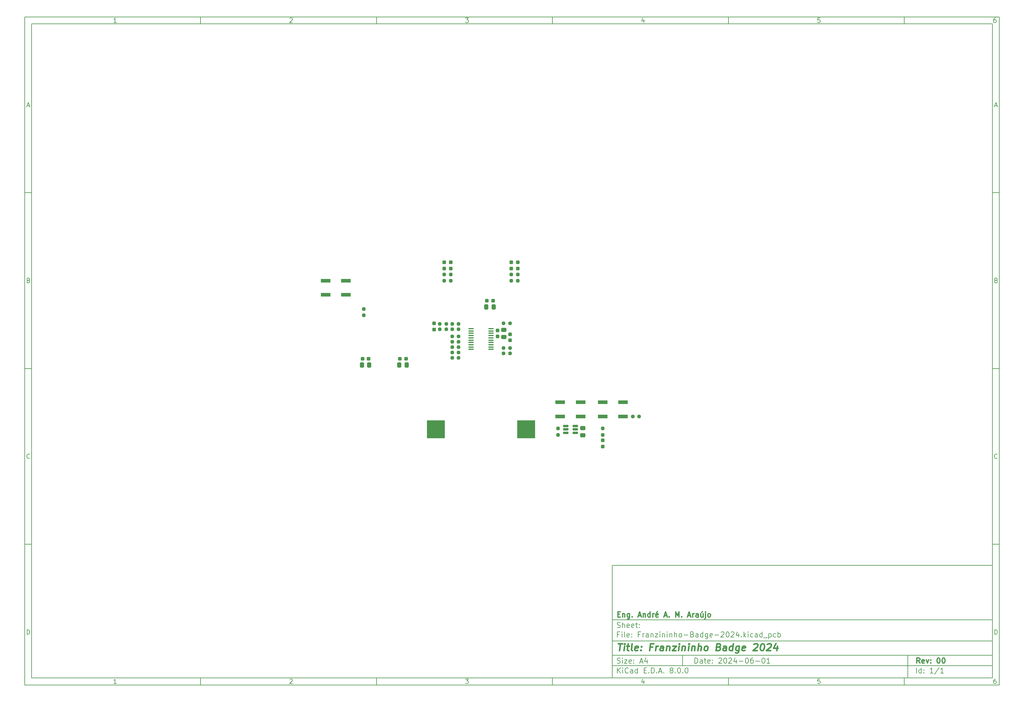
<source format=gbr>
%TF.GenerationSoftware,KiCad,Pcbnew,8.0.0*%
%TF.CreationDate,2024-06-01T14:18:10-03:00*%
%TF.ProjectId,Franzininho-Badge-2024,4672616e-7a69-46e6-996e-686f2d426164,00*%
%TF.SameCoordinates,Original*%
%TF.FileFunction,Paste,Top*%
%TF.FilePolarity,Positive*%
%FSLAX46Y46*%
G04 Gerber Fmt 4.6, Leading zero omitted, Abs format (unit mm)*
G04 Created by KiCad (PCBNEW 8.0.0) date 2024-06-01 14:18:10*
%MOMM*%
%LPD*%
G01*
G04 APERTURE LIST*
G04 Aperture macros list*
%AMRoundRect*
0 Rectangle with rounded corners*
0 $1 Rounding radius*
0 $2 $3 $4 $5 $6 $7 $8 $9 X,Y pos of 4 corners*
0 Add a 4 corners polygon primitive as box body*
4,1,4,$2,$3,$4,$5,$6,$7,$8,$9,$2,$3,0*
0 Add four circle primitives for the rounded corners*
1,1,$1+$1,$2,$3*
1,1,$1+$1,$4,$5*
1,1,$1+$1,$6,$7*
1,1,$1+$1,$8,$9*
0 Add four rect primitives between the rounded corners*
20,1,$1+$1,$2,$3,$4,$5,0*
20,1,$1+$1,$4,$5,$6,$7,0*
20,1,$1+$1,$6,$7,$8,$9,0*
20,1,$1+$1,$8,$9,$2,$3,0*%
G04 Aperture macros list end*
%ADD10C,0.100000*%
%ADD11C,0.150000*%
%ADD12C,0.300000*%
%ADD13C,0.400000*%
%ADD14RoundRect,0.237500X0.237500X-0.250000X0.237500X0.250000X-0.237500X0.250000X-0.237500X-0.250000X0*%
%ADD15RoundRect,0.237500X-0.237500X0.300000X-0.237500X-0.300000X0.237500X-0.300000X0.237500X0.300000X0*%
%ADD16RoundRect,0.237500X0.250000X0.237500X-0.250000X0.237500X-0.250000X-0.237500X0.250000X-0.237500X0*%
%ADD17RoundRect,0.237500X-0.237500X0.287500X-0.237500X-0.287500X0.237500X-0.287500X0.237500X0.287500X0*%
%ADD18RoundRect,0.237500X-0.250000X-0.237500X0.250000X-0.237500X0.250000X0.237500X-0.250000X0.237500X0*%
%ADD19RoundRect,0.237500X-0.300000X-0.237500X0.300000X-0.237500X0.300000X0.237500X-0.300000X0.237500X0*%
%ADD20RoundRect,0.237500X-0.237500X0.250000X-0.237500X-0.250000X0.237500X-0.250000X0.237500X0.250000X0*%
%ADD21R,5.100000X5.100000*%
%ADD22RoundRect,0.250000X0.337500X0.475000X-0.337500X0.475000X-0.337500X-0.475000X0.337500X-0.475000X0*%
%ADD23RoundRect,0.250000X-0.475000X0.337500X-0.475000X-0.337500X0.475000X-0.337500X0.475000X0.337500X0*%
%ADD24RoundRect,0.250000X0.475000X-0.337500X0.475000X0.337500X-0.475000X0.337500X-0.475000X-0.337500X0*%
%ADD25RoundRect,0.162500X-0.617500X-0.162500X0.617500X-0.162500X0.617500X0.162500X-0.617500X0.162500X0*%
%ADD26RoundRect,0.250000X-0.337500X-0.475000X0.337500X-0.475000X0.337500X0.475000X-0.337500X0.475000X0*%
%ADD27RoundRect,0.237500X0.237500X-0.287500X0.237500X0.287500X-0.237500X0.287500X-0.237500X-0.287500X0*%
%ADD28R,2.800000X1.000000*%
%ADD29RoundRect,0.237500X0.237500X-0.300000X0.237500X0.300000X-0.237500X0.300000X-0.237500X-0.300000X0*%
%ADD30RoundRect,0.237500X0.300000X0.237500X-0.300000X0.237500X-0.300000X-0.237500X0.300000X-0.237500X0*%
%ADD31RoundRect,0.100000X0.637500X0.100000X-0.637500X0.100000X-0.637500X-0.100000X0.637500X-0.100000X0*%
G04 APERTURE END LIST*
D10*
D11*
X177002200Y-166007200D02*
X285002200Y-166007200D01*
X285002200Y-198007200D01*
X177002200Y-198007200D01*
X177002200Y-166007200D01*
D10*
D11*
X10000000Y-10000000D02*
X287002200Y-10000000D01*
X287002200Y-200007200D01*
X10000000Y-200007200D01*
X10000000Y-10000000D01*
D10*
D11*
X12000000Y-12000000D02*
X285002200Y-12000000D01*
X285002200Y-198007200D01*
X12000000Y-198007200D01*
X12000000Y-12000000D01*
D10*
D11*
X60000000Y-12000000D02*
X60000000Y-10000000D01*
D10*
D11*
X110000000Y-12000000D02*
X110000000Y-10000000D01*
D10*
D11*
X160000000Y-12000000D02*
X160000000Y-10000000D01*
D10*
D11*
X210000000Y-12000000D02*
X210000000Y-10000000D01*
D10*
D11*
X260000000Y-12000000D02*
X260000000Y-10000000D01*
D10*
D11*
X36089160Y-11593604D02*
X35346303Y-11593604D01*
X35717731Y-11593604D02*
X35717731Y-10293604D01*
X35717731Y-10293604D02*
X35593922Y-10479319D01*
X35593922Y-10479319D02*
X35470112Y-10603128D01*
X35470112Y-10603128D02*
X35346303Y-10665033D01*
D10*
D11*
X85346303Y-10417414D02*
X85408207Y-10355509D01*
X85408207Y-10355509D02*
X85532017Y-10293604D01*
X85532017Y-10293604D02*
X85841541Y-10293604D01*
X85841541Y-10293604D02*
X85965350Y-10355509D01*
X85965350Y-10355509D02*
X86027255Y-10417414D01*
X86027255Y-10417414D02*
X86089160Y-10541223D01*
X86089160Y-10541223D02*
X86089160Y-10665033D01*
X86089160Y-10665033D02*
X86027255Y-10850747D01*
X86027255Y-10850747D02*
X85284398Y-11593604D01*
X85284398Y-11593604D02*
X86089160Y-11593604D01*
D10*
D11*
X135284398Y-10293604D02*
X136089160Y-10293604D01*
X136089160Y-10293604D02*
X135655826Y-10788842D01*
X135655826Y-10788842D02*
X135841541Y-10788842D01*
X135841541Y-10788842D02*
X135965350Y-10850747D01*
X135965350Y-10850747D02*
X136027255Y-10912652D01*
X136027255Y-10912652D02*
X136089160Y-11036461D01*
X136089160Y-11036461D02*
X136089160Y-11345985D01*
X136089160Y-11345985D02*
X136027255Y-11469795D01*
X136027255Y-11469795D02*
X135965350Y-11531700D01*
X135965350Y-11531700D02*
X135841541Y-11593604D01*
X135841541Y-11593604D02*
X135470112Y-11593604D01*
X135470112Y-11593604D02*
X135346303Y-11531700D01*
X135346303Y-11531700D02*
X135284398Y-11469795D01*
D10*
D11*
X185965350Y-10726938D02*
X185965350Y-11593604D01*
X185655826Y-10231700D02*
X185346303Y-11160271D01*
X185346303Y-11160271D02*
X186151064Y-11160271D01*
D10*
D11*
X236027255Y-10293604D02*
X235408207Y-10293604D01*
X235408207Y-10293604D02*
X235346303Y-10912652D01*
X235346303Y-10912652D02*
X235408207Y-10850747D01*
X235408207Y-10850747D02*
X235532017Y-10788842D01*
X235532017Y-10788842D02*
X235841541Y-10788842D01*
X235841541Y-10788842D02*
X235965350Y-10850747D01*
X235965350Y-10850747D02*
X236027255Y-10912652D01*
X236027255Y-10912652D02*
X236089160Y-11036461D01*
X236089160Y-11036461D02*
X236089160Y-11345985D01*
X236089160Y-11345985D02*
X236027255Y-11469795D01*
X236027255Y-11469795D02*
X235965350Y-11531700D01*
X235965350Y-11531700D02*
X235841541Y-11593604D01*
X235841541Y-11593604D02*
X235532017Y-11593604D01*
X235532017Y-11593604D02*
X235408207Y-11531700D01*
X235408207Y-11531700D02*
X235346303Y-11469795D01*
D10*
D11*
X285965350Y-10293604D02*
X285717731Y-10293604D01*
X285717731Y-10293604D02*
X285593922Y-10355509D01*
X285593922Y-10355509D02*
X285532017Y-10417414D01*
X285532017Y-10417414D02*
X285408207Y-10603128D01*
X285408207Y-10603128D02*
X285346303Y-10850747D01*
X285346303Y-10850747D02*
X285346303Y-11345985D01*
X285346303Y-11345985D02*
X285408207Y-11469795D01*
X285408207Y-11469795D02*
X285470112Y-11531700D01*
X285470112Y-11531700D02*
X285593922Y-11593604D01*
X285593922Y-11593604D02*
X285841541Y-11593604D01*
X285841541Y-11593604D02*
X285965350Y-11531700D01*
X285965350Y-11531700D02*
X286027255Y-11469795D01*
X286027255Y-11469795D02*
X286089160Y-11345985D01*
X286089160Y-11345985D02*
X286089160Y-11036461D01*
X286089160Y-11036461D02*
X286027255Y-10912652D01*
X286027255Y-10912652D02*
X285965350Y-10850747D01*
X285965350Y-10850747D02*
X285841541Y-10788842D01*
X285841541Y-10788842D02*
X285593922Y-10788842D01*
X285593922Y-10788842D02*
X285470112Y-10850747D01*
X285470112Y-10850747D02*
X285408207Y-10912652D01*
X285408207Y-10912652D02*
X285346303Y-11036461D01*
D10*
D11*
X60000000Y-198007200D02*
X60000000Y-200007200D01*
D10*
D11*
X110000000Y-198007200D02*
X110000000Y-200007200D01*
D10*
D11*
X160000000Y-198007200D02*
X160000000Y-200007200D01*
D10*
D11*
X210000000Y-198007200D02*
X210000000Y-200007200D01*
D10*
D11*
X260000000Y-198007200D02*
X260000000Y-200007200D01*
D10*
D11*
X36089160Y-199600804D02*
X35346303Y-199600804D01*
X35717731Y-199600804D02*
X35717731Y-198300804D01*
X35717731Y-198300804D02*
X35593922Y-198486519D01*
X35593922Y-198486519D02*
X35470112Y-198610328D01*
X35470112Y-198610328D02*
X35346303Y-198672233D01*
D10*
D11*
X85346303Y-198424614D02*
X85408207Y-198362709D01*
X85408207Y-198362709D02*
X85532017Y-198300804D01*
X85532017Y-198300804D02*
X85841541Y-198300804D01*
X85841541Y-198300804D02*
X85965350Y-198362709D01*
X85965350Y-198362709D02*
X86027255Y-198424614D01*
X86027255Y-198424614D02*
X86089160Y-198548423D01*
X86089160Y-198548423D02*
X86089160Y-198672233D01*
X86089160Y-198672233D02*
X86027255Y-198857947D01*
X86027255Y-198857947D02*
X85284398Y-199600804D01*
X85284398Y-199600804D02*
X86089160Y-199600804D01*
D10*
D11*
X135284398Y-198300804D02*
X136089160Y-198300804D01*
X136089160Y-198300804D02*
X135655826Y-198796042D01*
X135655826Y-198796042D02*
X135841541Y-198796042D01*
X135841541Y-198796042D02*
X135965350Y-198857947D01*
X135965350Y-198857947D02*
X136027255Y-198919852D01*
X136027255Y-198919852D02*
X136089160Y-199043661D01*
X136089160Y-199043661D02*
X136089160Y-199353185D01*
X136089160Y-199353185D02*
X136027255Y-199476995D01*
X136027255Y-199476995D02*
X135965350Y-199538900D01*
X135965350Y-199538900D02*
X135841541Y-199600804D01*
X135841541Y-199600804D02*
X135470112Y-199600804D01*
X135470112Y-199600804D02*
X135346303Y-199538900D01*
X135346303Y-199538900D02*
X135284398Y-199476995D01*
D10*
D11*
X185965350Y-198734138D02*
X185965350Y-199600804D01*
X185655826Y-198238900D02*
X185346303Y-199167471D01*
X185346303Y-199167471D02*
X186151064Y-199167471D01*
D10*
D11*
X236027255Y-198300804D02*
X235408207Y-198300804D01*
X235408207Y-198300804D02*
X235346303Y-198919852D01*
X235346303Y-198919852D02*
X235408207Y-198857947D01*
X235408207Y-198857947D02*
X235532017Y-198796042D01*
X235532017Y-198796042D02*
X235841541Y-198796042D01*
X235841541Y-198796042D02*
X235965350Y-198857947D01*
X235965350Y-198857947D02*
X236027255Y-198919852D01*
X236027255Y-198919852D02*
X236089160Y-199043661D01*
X236089160Y-199043661D02*
X236089160Y-199353185D01*
X236089160Y-199353185D02*
X236027255Y-199476995D01*
X236027255Y-199476995D02*
X235965350Y-199538900D01*
X235965350Y-199538900D02*
X235841541Y-199600804D01*
X235841541Y-199600804D02*
X235532017Y-199600804D01*
X235532017Y-199600804D02*
X235408207Y-199538900D01*
X235408207Y-199538900D02*
X235346303Y-199476995D01*
D10*
D11*
X285965350Y-198300804D02*
X285717731Y-198300804D01*
X285717731Y-198300804D02*
X285593922Y-198362709D01*
X285593922Y-198362709D02*
X285532017Y-198424614D01*
X285532017Y-198424614D02*
X285408207Y-198610328D01*
X285408207Y-198610328D02*
X285346303Y-198857947D01*
X285346303Y-198857947D02*
X285346303Y-199353185D01*
X285346303Y-199353185D02*
X285408207Y-199476995D01*
X285408207Y-199476995D02*
X285470112Y-199538900D01*
X285470112Y-199538900D02*
X285593922Y-199600804D01*
X285593922Y-199600804D02*
X285841541Y-199600804D01*
X285841541Y-199600804D02*
X285965350Y-199538900D01*
X285965350Y-199538900D02*
X286027255Y-199476995D01*
X286027255Y-199476995D02*
X286089160Y-199353185D01*
X286089160Y-199353185D02*
X286089160Y-199043661D01*
X286089160Y-199043661D02*
X286027255Y-198919852D01*
X286027255Y-198919852D02*
X285965350Y-198857947D01*
X285965350Y-198857947D02*
X285841541Y-198796042D01*
X285841541Y-198796042D02*
X285593922Y-198796042D01*
X285593922Y-198796042D02*
X285470112Y-198857947D01*
X285470112Y-198857947D02*
X285408207Y-198919852D01*
X285408207Y-198919852D02*
X285346303Y-199043661D01*
D10*
D11*
X10000000Y-60000000D02*
X12000000Y-60000000D01*
D10*
D11*
X10000000Y-110000000D02*
X12000000Y-110000000D01*
D10*
D11*
X10000000Y-160000000D02*
X12000000Y-160000000D01*
D10*
D11*
X10690476Y-35222176D02*
X11309523Y-35222176D01*
X10566666Y-35593604D02*
X10999999Y-34293604D01*
X10999999Y-34293604D02*
X11433333Y-35593604D01*
D10*
D11*
X11092857Y-84912652D02*
X11278571Y-84974557D01*
X11278571Y-84974557D02*
X11340476Y-85036461D01*
X11340476Y-85036461D02*
X11402380Y-85160271D01*
X11402380Y-85160271D02*
X11402380Y-85345985D01*
X11402380Y-85345985D02*
X11340476Y-85469795D01*
X11340476Y-85469795D02*
X11278571Y-85531700D01*
X11278571Y-85531700D02*
X11154761Y-85593604D01*
X11154761Y-85593604D02*
X10659523Y-85593604D01*
X10659523Y-85593604D02*
X10659523Y-84293604D01*
X10659523Y-84293604D02*
X11092857Y-84293604D01*
X11092857Y-84293604D02*
X11216666Y-84355509D01*
X11216666Y-84355509D02*
X11278571Y-84417414D01*
X11278571Y-84417414D02*
X11340476Y-84541223D01*
X11340476Y-84541223D02*
X11340476Y-84665033D01*
X11340476Y-84665033D02*
X11278571Y-84788842D01*
X11278571Y-84788842D02*
X11216666Y-84850747D01*
X11216666Y-84850747D02*
X11092857Y-84912652D01*
X11092857Y-84912652D02*
X10659523Y-84912652D01*
D10*
D11*
X11402380Y-135469795D02*
X11340476Y-135531700D01*
X11340476Y-135531700D02*
X11154761Y-135593604D01*
X11154761Y-135593604D02*
X11030952Y-135593604D01*
X11030952Y-135593604D02*
X10845238Y-135531700D01*
X10845238Y-135531700D02*
X10721428Y-135407890D01*
X10721428Y-135407890D02*
X10659523Y-135284080D01*
X10659523Y-135284080D02*
X10597619Y-135036461D01*
X10597619Y-135036461D02*
X10597619Y-134850747D01*
X10597619Y-134850747D02*
X10659523Y-134603128D01*
X10659523Y-134603128D02*
X10721428Y-134479319D01*
X10721428Y-134479319D02*
X10845238Y-134355509D01*
X10845238Y-134355509D02*
X11030952Y-134293604D01*
X11030952Y-134293604D02*
X11154761Y-134293604D01*
X11154761Y-134293604D02*
X11340476Y-134355509D01*
X11340476Y-134355509D02*
X11402380Y-134417414D01*
D10*
D11*
X10659523Y-185593604D02*
X10659523Y-184293604D01*
X10659523Y-184293604D02*
X10969047Y-184293604D01*
X10969047Y-184293604D02*
X11154761Y-184355509D01*
X11154761Y-184355509D02*
X11278571Y-184479319D01*
X11278571Y-184479319D02*
X11340476Y-184603128D01*
X11340476Y-184603128D02*
X11402380Y-184850747D01*
X11402380Y-184850747D02*
X11402380Y-185036461D01*
X11402380Y-185036461D02*
X11340476Y-185284080D01*
X11340476Y-185284080D02*
X11278571Y-185407890D01*
X11278571Y-185407890D02*
X11154761Y-185531700D01*
X11154761Y-185531700D02*
X10969047Y-185593604D01*
X10969047Y-185593604D02*
X10659523Y-185593604D01*
D10*
D11*
X287002200Y-60000000D02*
X285002200Y-60000000D01*
D10*
D11*
X287002200Y-110000000D02*
X285002200Y-110000000D01*
D10*
D11*
X287002200Y-160000000D02*
X285002200Y-160000000D01*
D10*
D11*
X285692676Y-35222176D02*
X286311723Y-35222176D01*
X285568866Y-35593604D02*
X286002199Y-34293604D01*
X286002199Y-34293604D02*
X286435533Y-35593604D01*
D10*
D11*
X286095057Y-84912652D02*
X286280771Y-84974557D01*
X286280771Y-84974557D02*
X286342676Y-85036461D01*
X286342676Y-85036461D02*
X286404580Y-85160271D01*
X286404580Y-85160271D02*
X286404580Y-85345985D01*
X286404580Y-85345985D02*
X286342676Y-85469795D01*
X286342676Y-85469795D02*
X286280771Y-85531700D01*
X286280771Y-85531700D02*
X286156961Y-85593604D01*
X286156961Y-85593604D02*
X285661723Y-85593604D01*
X285661723Y-85593604D02*
X285661723Y-84293604D01*
X285661723Y-84293604D02*
X286095057Y-84293604D01*
X286095057Y-84293604D02*
X286218866Y-84355509D01*
X286218866Y-84355509D02*
X286280771Y-84417414D01*
X286280771Y-84417414D02*
X286342676Y-84541223D01*
X286342676Y-84541223D02*
X286342676Y-84665033D01*
X286342676Y-84665033D02*
X286280771Y-84788842D01*
X286280771Y-84788842D02*
X286218866Y-84850747D01*
X286218866Y-84850747D02*
X286095057Y-84912652D01*
X286095057Y-84912652D02*
X285661723Y-84912652D01*
D10*
D11*
X286404580Y-135469795D02*
X286342676Y-135531700D01*
X286342676Y-135531700D02*
X286156961Y-135593604D01*
X286156961Y-135593604D02*
X286033152Y-135593604D01*
X286033152Y-135593604D02*
X285847438Y-135531700D01*
X285847438Y-135531700D02*
X285723628Y-135407890D01*
X285723628Y-135407890D02*
X285661723Y-135284080D01*
X285661723Y-135284080D02*
X285599819Y-135036461D01*
X285599819Y-135036461D02*
X285599819Y-134850747D01*
X285599819Y-134850747D02*
X285661723Y-134603128D01*
X285661723Y-134603128D02*
X285723628Y-134479319D01*
X285723628Y-134479319D02*
X285847438Y-134355509D01*
X285847438Y-134355509D02*
X286033152Y-134293604D01*
X286033152Y-134293604D02*
X286156961Y-134293604D01*
X286156961Y-134293604D02*
X286342676Y-134355509D01*
X286342676Y-134355509D02*
X286404580Y-134417414D01*
D10*
D11*
X285661723Y-185593604D02*
X285661723Y-184293604D01*
X285661723Y-184293604D02*
X285971247Y-184293604D01*
X285971247Y-184293604D02*
X286156961Y-184355509D01*
X286156961Y-184355509D02*
X286280771Y-184479319D01*
X286280771Y-184479319D02*
X286342676Y-184603128D01*
X286342676Y-184603128D02*
X286404580Y-184850747D01*
X286404580Y-184850747D02*
X286404580Y-185036461D01*
X286404580Y-185036461D02*
X286342676Y-185284080D01*
X286342676Y-185284080D02*
X286280771Y-185407890D01*
X286280771Y-185407890D02*
X286156961Y-185531700D01*
X286156961Y-185531700D02*
X285971247Y-185593604D01*
X285971247Y-185593604D02*
X285661723Y-185593604D01*
D10*
D11*
X200458026Y-193793328D02*
X200458026Y-192293328D01*
X200458026Y-192293328D02*
X200815169Y-192293328D01*
X200815169Y-192293328D02*
X201029455Y-192364757D01*
X201029455Y-192364757D02*
X201172312Y-192507614D01*
X201172312Y-192507614D02*
X201243741Y-192650471D01*
X201243741Y-192650471D02*
X201315169Y-192936185D01*
X201315169Y-192936185D02*
X201315169Y-193150471D01*
X201315169Y-193150471D02*
X201243741Y-193436185D01*
X201243741Y-193436185D02*
X201172312Y-193579042D01*
X201172312Y-193579042D02*
X201029455Y-193721900D01*
X201029455Y-193721900D02*
X200815169Y-193793328D01*
X200815169Y-193793328D02*
X200458026Y-193793328D01*
X202600884Y-193793328D02*
X202600884Y-193007614D01*
X202600884Y-193007614D02*
X202529455Y-192864757D01*
X202529455Y-192864757D02*
X202386598Y-192793328D01*
X202386598Y-192793328D02*
X202100884Y-192793328D01*
X202100884Y-192793328D02*
X201958026Y-192864757D01*
X202600884Y-193721900D02*
X202458026Y-193793328D01*
X202458026Y-193793328D02*
X202100884Y-193793328D01*
X202100884Y-193793328D02*
X201958026Y-193721900D01*
X201958026Y-193721900D02*
X201886598Y-193579042D01*
X201886598Y-193579042D02*
X201886598Y-193436185D01*
X201886598Y-193436185D02*
X201958026Y-193293328D01*
X201958026Y-193293328D02*
X202100884Y-193221900D01*
X202100884Y-193221900D02*
X202458026Y-193221900D01*
X202458026Y-193221900D02*
X202600884Y-193150471D01*
X203100884Y-192793328D02*
X203672312Y-192793328D01*
X203315169Y-192293328D02*
X203315169Y-193579042D01*
X203315169Y-193579042D02*
X203386598Y-193721900D01*
X203386598Y-193721900D02*
X203529455Y-193793328D01*
X203529455Y-193793328D02*
X203672312Y-193793328D01*
X204743741Y-193721900D02*
X204600884Y-193793328D01*
X204600884Y-193793328D02*
X204315170Y-193793328D01*
X204315170Y-193793328D02*
X204172312Y-193721900D01*
X204172312Y-193721900D02*
X204100884Y-193579042D01*
X204100884Y-193579042D02*
X204100884Y-193007614D01*
X204100884Y-193007614D02*
X204172312Y-192864757D01*
X204172312Y-192864757D02*
X204315170Y-192793328D01*
X204315170Y-192793328D02*
X204600884Y-192793328D01*
X204600884Y-192793328D02*
X204743741Y-192864757D01*
X204743741Y-192864757D02*
X204815170Y-193007614D01*
X204815170Y-193007614D02*
X204815170Y-193150471D01*
X204815170Y-193150471D02*
X204100884Y-193293328D01*
X205458026Y-193650471D02*
X205529455Y-193721900D01*
X205529455Y-193721900D02*
X205458026Y-193793328D01*
X205458026Y-193793328D02*
X205386598Y-193721900D01*
X205386598Y-193721900D02*
X205458026Y-193650471D01*
X205458026Y-193650471D02*
X205458026Y-193793328D01*
X205458026Y-192864757D02*
X205529455Y-192936185D01*
X205529455Y-192936185D02*
X205458026Y-193007614D01*
X205458026Y-193007614D02*
X205386598Y-192936185D01*
X205386598Y-192936185D02*
X205458026Y-192864757D01*
X205458026Y-192864757D02*
X205458026Y-193007614D01*
X207243741Y-192436185D02*
X207315169Y-192364757D01*
X207315169Y-192364757D02*
X207458027Y-192293328D01*
X207458027Y-192293328D02*
X207815169Y-192293328D01*
X207815169Y-192293328D02*
X207958027Y-192364757D01*
X207958027Y-192364757D02*
X208029455Y-192436185D01*
X208029455Y-192436185D02*
X208100884Y-192579042D01*
X208100884Y-192579042D02*
X208100884Y-192721900D01*
X208100884Y-192721900D02*
X208029455Y-192936185D01*
X208029455Y-192936185D02*
X207172312Y-193793328D01*
X207172312Y-193793328D02*
X208100884Y-193793328D01*
X209029455Y-192293328D02*
X209172312Y-192293328D01*
X209172312Y-192293328D02*
X209315169Y-192364757D01*
X209315169Y-192364757D02*
X209386598Y-192436185D01*
X209386598Y-192436185D02*
X209458026Y-192579042D01*
X209458026Y-192579042D02*
X209529455Y-192864757D01*
X209529455Y-192864757D02*
X209529455Y-193221900D01*
X209529455Y-193221900D02*
X209458026Y-193507614D01*
X209458026Y-193507614D02*
X209386598Y-193650471D01*
X209386598Y-193650471D02*
X209315169Y-193721900D01*
X209315169Y-193721900D02*
X209172312Y-193793328D01*
X209172312Y-193793328D02*
X209029455Y-193793328D01*
X209029455Y-193793328D02*
X208886598Y-193721900D01*
X208886598Y-193721900D02*
X208815169Y-193650471D01*
X208815169Y-193650471D02*
X208743740Y-193507614D01*
X208743740Y-193507614D02*
X208672312Y-193221900D01*
X208672312Y-193221900D02*
X208672312Y-192864757D01*
X208672312Y-192864757D02*
X208743740Y-192579042D01*
X208743740Y-192579042D02*
X208815169Y-192436185D01*
X208815169Y-192436185D02*
X208886598Y-192364757D01*
X208886598Y-192364757D02*
X209029455Y-192293328D01*
X210100883Y-192436185D02*
X210172311Y-192364757D01*
X210172311Y-192364757D02*
X210315169Y-192293328D01*
X210315169Y-192293328D02*
X210672311Y-192293328D01*
X210672311Y-192293328D02*
X210815169Y-192364757D01*
X210815169Y-192364757D02*
X210886597Y-192436185D01*
X210886597Y-192436185D02*
X210958026Y-192579042D01*
X210958026Y-192579042D02*
X210958026Y-192721900D01*
X210958026Y-192721900D02*
X210886597Y-192936185D01*
X210886597Y-192936185D02*
X210029454Y-193793328D01*
X210029454Y-193793328D02*
X210958026Y-193793328D01*
X212243740Y-192793328D02*
X212243740Y-193793328D01*
X211886597Y-192221900D02*
X211529454Y-193293328D01*
X211529454Y-193293328D02*
X212458025Y-193293328D01*
X213029453Y-193221900D02*
X214172311Y-193221900D01*
X215172311Y-192293328D02*
X215315168Y-192293328D01*
X215315168Y-192293328D02*
X215458025Y-192364757D01*
X215458025Y-192364757D02*
X215529454Y-192436185D01*
X215529454Y-192436185D02*
X215600882Y-192579042D01*
X215600882Y-192579042D02*
X215672311Y-192864757D01*
X215672311Y-192864757D02*
X215672311Y-193221900D01*
X215672311Y-193221900D02*
X215600882Y-193507614D01*
X215600882Y-193507614D02*
X215529454Y-193650471D01*
X215529454Y-193650471D02*
X215458025Y-193721900D01*
X215458025Y-193721900D02*
X215315168Y-193793328D01*
X215315168Y-193793328D02*
X215172311Y-193793328D01*
X215172311Y-193793328D02*
X215029454Y-193721900D01*
X215029454Y-193721900D02*
X214958025Y-193650471D01*
X214958025Y-193650471D02*
X214886596Y-193507614D01*
X214886596Y-193507614D02*
X214815168Y-193221900D01*
X214815168Y-193221900D02*
X214815168Y-192864757D01*
X214815168Y-192864757D02*
X214886596Y-192579042D01*
X214886596Y-192579042D02*
X214958025Y-192436185D01*
X214958025Y-192436185D02*
X215029454Y-192364757D01*
X215029454Y-192364757D02*
X215172311Y-192293328D01*
X216958025Y-192293328D02*
X216672310Y-192293328D01*
X216672310Y-192293328D02*
X216529453Y-192364757D01*
X216529453Y-192364757D02*
X216458025Y-192436185D01*
X216458025Y-192436185D02*
X216315167Y-192650471D01*
X216315167Y-192650471D02*
X216243739Y-192936185D01*
X216243739Y-192936185D02*
X216243739Y-193507614D01*
X216243739Y-193507614D02*
X216315167Y-193650471D01*
X216315167Y-193650471D02*
X216386596Y-193721900D01*
X216386596Y-193721900D02*
X216529453Y-193793328D01*
X216529453Y-193793328D02*
X216815167Y-193793328D01*
X216815167Y-193793328D02*
X216958025Y-193721900D01*
X216958025Y-193721900D02*
X217029453Y-193650471D01*
X217029453Y-193650471D02*
X217100882Y-193507614D01*
X217100882Y-193507614D02*
X217100882Y-193150471D01*
X217100882Y-193150471D02*
X217029453Y-193007614D01*
X217029453Y-193007614D02*
X216958025Y-192936185D01*
X216958025Y-192936185D02*
X216815167Y-192864757D01*
X216815167Y-192864757D02*
X216529453Y-192864757D01*
X216529453Y-192864757D02*
X216386596Y-192936185D01*
X216386596Y-192936185D02*
X216315167Y-193007614D01*
X216315167Y-193007614D02*
X216243739Y-193150471D01*
X217743738Y-193221900D02*
X218886596Y-193221900D01*
X219886596Y-192293328D02*
X220029453Y-192293328D01*
X220029453Y-192293328D02*
X220172310Y-192364757D01*
X220172310Y-192364757D02*
X220243739Y-192436185D01*
X220243739Y-192436185D02*
X220315167Y-192579042D01*
X220315167Y-192579042D02*
X220386596Y-192864757D01*
X220386596Y-192864757D02*
X220386596Y-193221900D01*
X220386596Y-193221900D02*
X220315167Y-193507614D01*
X220315167Y-193507614D02*
X220243739Y-193650471D01*
X220243739Y-193650471D02*
X220172310Y-193721900D01*
X220172310Y-193721900D02*
X220029453Y-193793328D01*
X220029453Y-193793328D02*
X219886596Y-193793328D01*
X219886596Y-193793328D02*
X219743739Y-193721900D01*
X219743739Y-193721900D02*
X219672310Y-193650471D01*
X219672310Y-193650471D02*
X219600881Y-193507614D01*
X219600881Y-193507614D02*
X219529453Y-193221900D01*
X219529453Y-193221900D02*
X219529453Y-192864757D01*
X219529453Y-192864757D02*
X219600881Y-192579042D01*
X219600881Y-192579042D02*
X219672310Y-192436185D01*
X219672310Y-192436185D02*
X219743739Y-192364757D01*
X219743739Y-192364757D02*
X219886596Y-192293328D01*
X221815167Y-193793328D02*
X220958024Y-193793328D01*
X221386595Y-193793328D02*
X221386595Y-192293328D01*
X221386595Y-192293328D02*
X221243738Y-192507614D01*
X221243738Y-192507614D02*
X221100881Y-192650471D01*
X221100881Y-192650471D02*
X220958024Y-192721900D01*
D10*
D11*
X177002200Y-194507200D02*
X285002200Y-194507200D01*
D10*
D11*
X178458026Y-196593328D02*
X178458026Y-195093328D01*
X179315169Y-196593328D02*
X178672312Y-195736185D01*
X179315169Y-195093328D02*
X178458026Y-195950471D01*
X179958026Y-196593328D02*
X179958026Y-195593328D01*
X179958026Y-195093328D02*
X179886598Y-195164757D01*
X179886598Y-195164757D02*
X179958026Y-195236185D01*
X179958026Y-195236185D02*
X180029455Y-195164757D01*
X180029455Y-195164757D02*
X179958026Y-195093328D01*
X179958026Y-195093328D02*
X179958026Y-195236185D01*
X181529455Y-196450471D02*
X181458027Y-196521900D01*
X181458027Y-196521900D02*
X181243741Y-196593328D01*
X181243741Y-196593328D02*
X181100884Y-196593328D01*
X181100884Y-196593328D02*
X180886598Y-196521900D01*
X180886598Y-196521900D02*
X180743741Y-196379042D01*
X180743741Y-196379042D02*
X180672312Y-196236185D01*
X180672312Y-196236185D02*
X180600884Y-195950471D01*
X180600884Y-195950471D02*
X180600884Y-195736185D01*
X180600884Y-195736185D02*
X180672312Y-195450471D01*
X180672312Y-195450471D02*
X180743741Y-195307614D01*
X180743741Y-195307614D02*
X180886598Y-195164757D01*
X180886598Y-195164757D02*
X181100884Y-195093328D01*
X181100884Y-195093328D02*
X181243741Y-195093328D01*
X181243741Y-195093328D02*
X181458027Y-195164757D01*
X181458027Y-195164757D02*
X181529455Y-195236185D01*
X182815170Y-196593328D02*
X182815170Y-195807614D01*
X182815170Y-195807614D02*
X182743741Y-195664757D01*
X182743741Y-195664757D02*
X182600884Y-195593328D01*
X182600884Y-195593328D02*
X182315170Y-195593328D01*
X182315170Y-195593328D02*
X182172312Y-195664757D01*
X182815170Y-196521900D02*
X182672312Y-196593328D01*
X182672312Y-196593328D02*
X182315170Y-196593328D01*
X182315170Y-196593328D02*
X182172312Y-196521900D01*
X182172312Y-196521900D02*
X182100884Y-196379042D01*
X182100884Y-196379042D02*
X182100884Y-196236185D01*
X182100884Y-196236185D02*
X182172312Y-196093328D01*
X182172312Y-196093328D02*
X182315170Y-196021900D01*
X182315170Y-196021900D02*
X182672312Y-196021900D01*
X182672312Y-196021900D02*
X182815170Y-195950471D01*
X184172313Y-196593328D02*
X184172313Y-195093328D01*
X184172313Y-196521900D02*
X184029455Y-196593328D01*
X184029455Y-196593328D02*
X183743741Y-196593328D01*
X183743741Y-196593328D02*
X183600884Y-196521900D01*
X183600884Y-196521900D02*
X183529455Y-196450471D01*
X183529455Y-196450471D02*
X183458027Y-196307614D01*
X183458027Y-196307614D02*
X183458027Y-195879042D01*
X183458027Y-195879042D02*
X183529455Y-195736185D01*
X183529455Y-195736185D02*
X183600884Y-195664757D01*
X183600884Y-195664757D02*
X183743741Y-195593328D01*
X183743741Y-195593328D02*
X184029455Y-195593328D01*
X184029455Y-195593328D02*
X184172313Y-195664757D01*
X186029455Y-195807614D02*
X186529455Y-195807614D01*
X186743741Y-196593328D02*
X186029455Y-196593328D01*
X186029455Y-196593328D02*
X186029455Y-195093328D01*
X186029455Y-195093328D02*
X186743741Y-195093328D01*
X187386598Y-196450471D02*
X187458027Y-196521900D01*
X187458027Y-196521900D02*
X187386598Y-196593328D01*
X187386598Y-196593328D02*
X187315170Y-196521900D01*
X187315170Y-196521900D02*
X187386598Y-196450471D01*
X187386598Y-196450471D02*
X187386598Y-196593328D01*
X188100884Y-196593328D02*
X188100884Y-195093328D01*
X188100884Y-195093328D02*
X188458027Y-195093328D01*
X188458027Y-195093328D02*
X188672313Y-195164757D01*
X188672313Y-195164757D02*
X188815170Y-195307614D01*
X188815170Y-195307614D02*
X188886599Y-195450471D01*
X188886599Y-195450471D02*
X188958027Y-195736185D01*
X188958027Y-195736185D02*
X188958027Y-195950471D01*
X188958027Y-195950471D02*
X188886599Y-196236185D01*
X188886599Y-196236185D02*
X188815170Y-196379042D01*
X188815170Y-196379042D02*
X188672313Y-196521900D01*
X188672313Y-196521900D02*
X188458027Y-196593328D01*
X188458027Y-196593328D02*
X188100884Y-196593328D01*
X189600884Y-196450471D02*
X189672313Y-196521900D01*
X189672313Y-196521900D02*
X189600884Y-196593328D01*
X189600884Y-196593328D02*
X189529456Y-196521900D01*
X189529456Y-196521900D02*
X189600884Y-196450471D01*
X189600884Y-196450471D02*
X189600884Y-196593328D01*
X190243742Y-196164757D02*
X190958028Y-196164757D01*
X190100885Y-196593328D02*
X190600885Y-195093328D01*
X190600885Y-195093328D02*
X191100885Y-196593328D01*
X191600884Y-196450471D02*
X191672313Y-196521900D01*
X191672313Y-196521900D02*
X191600884Y-196593328D01*
X191600884Y-196593328D02*
X191529456Y-196521900D01*
X191529456Y-196521900D02*
X191600884Y-196450471D01*
X191600884Y-196450471D02*
X191600884Y-196593328D01*
X193672313Y-195736185D02*
X193529456Y-195664757D01*
X193529456Y-195664757D02*
X193458027Y-195593328D01*
X193458027Y-195593328D02*
X193386599Y-195450471D01*
X193386599Y-195450471D02*
X193386599Y-195379042D01*
X193386599Y-195379042D02*
X193458027Y-195236185D01*
X193458027Y-195236185D02*
X193529456Y-195164757D01*
X193529456Y-195164757D02*
X193672313Y-195093328D01*
X193672313Y-195093328D02*
X193958027Y-195093328D01*
X193958027Y-195093328D02*
X194100885Y-195164757D01*
X194100885Y-195164757D02*
X194172313Y-195236185D01*
X194172313Y-195236185D02*
X194243742Y-195379042D01*
X194243742Y-195379042D02*
X194243742Y-195450471D01*
X194243742Y-195450471D02*
X194172313Y-195593328D01*
X194172313Y-195593328D02*
X194100885Y-195664757D01*
X194100885Y-195664757D02*
X193958027Y-195736185D01*
X193958027Y-195736185D02*
X193672313Y-195736185D01*
X193672313Y-195736185D02*
X193529456Y-195807614D01*
X193529456Y-195807614D02*
X193458027Y-195879042D01*
X193458027Y-195879042D02*
X193386599Y-196021900D01*
X193386599Y-196021900D02*
X193386599Y-196307614D01*
X193386599Y-196307614D02*
X193458027Y-196450471D01*
X193458027Y-196450471D02*
X193529456Y-196521900D01*
X193529456Y-196521900D02*
X193672313Y-196593328D01*
X193672313Y-196593328D02*
X193958027Y-196593328D01*
X193958027Y-196593328D02*
X194100885Y-196521900D01*
X194100885Y-196521900D02*
X194172313Y-196450471D01*
X194172313Y-196450471D02*
X194243742Y-196307614D01*
X194243742Y-196307614D02*
X194243742Y-196021900D01*
X194243742Y-196021900D02*
X194172313Y-195879042D01*
X194172313Y-195879042D02*
X194100885Y-195807614D01*
X194100885Y-195807614D02*
X193958027Y-195736185D01*
X194886598Y-196450471D02*
X194958027Y-196521900D01*
X194958027Y-196521900D02*
X194886598Y-196593328D01*
X194886598Y-196593328D02*
X194815170Y-196521900D01*
X194815170Y-196521900D02*
X194886598Y-196450471D01*
X194886598Y-196450471D02*
X194886598Y-196593328D01*
X195886599Y-195093328D02*
X196029456Y-195093328D01*
X196029456Y-195093328D02*
X196172313Y-195164757D01*
X196172313Y-195164757D02*
X196243742Y-195236185D01*
X196243742Y-195236185D02*
X196315170Y-195379042D01*
X196315170Y-195379042D02*
X196386599Y-195664757D01*
X196386599Y-195664757D02*
X196386599Y-196021900D01*
X196386599Y-196021900D02*
X196315170Y-196307614D01*
X196315170Y-196307614D02*
X196243742Y-196450471D01*
X196243742Y-196450471D02*
X196172313Y-196521900D01*
X196172313Y-196521900D02*
X196029456Y-196593328D01*
X196029456Y-196593328D02*
X195886599Y-196593328D01*
X195886599Y-196593328D02*
X195743742Y-196521900D01*
X195743742Y-196521900D02*
X195672313Y-196450471D01*
X195672313Y-196450471D02*
X195600884Y-196307614D01*
X195600884Y-196307614D02*
X195529456Y-196021900D01*
X195529456Y-196021900D02*
X195529456Y-195664757D01*
X195529456Y-195664757D02*
X195600884Y-195379042D01*
X195600884Y-195379042D02*
X195672313Y-195236185D01*
X195672313Y-195236185D02*
X195743742Y-195164757D01*
X195743742Y-195164757D02*
X195886599Y-195093328D01*
X197029455Y-196450471D02*
X197100884Y-196521900D01*
X197100884Y-196521900D02*
X197029455Y-196593328D01*
X197029455Y-196593328D02*
X196958027Y-196521900D01*
X196958027Y-196521900D02*
X197029455Y-196450471D01*
X197029455Y-196450471D02*
X197029455Y-196593328D01*
X198029456Y-195093328D02*
X198172313Y-195093328D01*
X198172313Y-195093328D02*
X198315170Y-195164757D01*
X198315170Y-195164757D02*
X198386599Y-195236185D01*
X198386599Y-195236185D02*
X198458027Y-195379042D01*
X198458027Y-195379042D02*
X198529456Y-195664757D01*
X198529456Y-195664757D02*
X198529456Y-196021900D01*
X198529456Y-196021900D02*
X198458027Y-196307614D01*
X198458027Y-196307614D02*
X198386599Y-196450471D01*
X198386599Y-196450471D02*
X198315170Y-196521900D01*
X198315170Y-196521900D02*
X198172313Y-196593328D01*
X198172313Y-196593328D02*
X198029456Y-196593328D01*
X198029456Y-196593328D02*
X197886599Y-196521900D01*
X197886599Y-196521900D02*
X197815170Y-196450471D01*
X197815170Y-196450471D02*
X197743741Y-196307614D01*
X197743741Y-196307614D02*
X197672313Y-196021900D01*
X197672313Y-196021900D02*
X197672313Y-195664757D01*
X197672313Y-195664757D02*
X197743741Y-195379042D01*
X197743741Y-195379042D02*
X197815170Y-195236185D01*
X197815170Y-195236185D02*
X197886599Y-195164757D01*
X197886599Y-195164757D02*
X198029456Y-195093328D01*
D10*
D11*
X177002200Y-191507200D02*
X285002200Y-191507200D01*
D10*
D12*
X264413853Y-193785528D02*
X263913853Y-193071242D01*
X263556710Y-193785528D02*
X263556710Y-192285528D01*
X263556710Y-192285528D02*
X264128139Y-192285528D01*
X264128139Y-192285528D02*
X264270996Y-192356957D01*
X264270996Y-192356957D02*
X264342425Y-192428385D01*
X264342425Y-192428385D02*
X264413853Y-192571242D01*
X264413853Y-192571242D02*
X264413853Y-192785528D01*
X264413853Y-192785528D02*
X264342425Y-192928385D01*
X264342425Y-192928385D02*
X264270996Y-192999814D01*
X264270996Y-192999814D02*
X264128139Y-193071242D01*
X264128139Y-193071242D02*
X263556710Y-193071242D01*
X265628139Y-193714100D02*
X265485282Y-193785528D01*
X265485282Y-193785528D02*
X265199568Y-193785528D01*
X265199568Y-193785528D02*
X265056710Y-193714100D01*
X265056710Y-193714100D02*
X264985282Y-193571242D01*
X264985282Y-193571242D02*
X264985282Y-192999814D01*
X264985282Y-192999814D02*
X265056710Y-192856957D01*
X265056710Y-192856957D02*
X265199568Y-192785528D01*
X265199568Y-192785528D02*
X265485282Y-192785528D01*
X265485282Y-192785528D02*
X265628139Y-192856957D01*
X265628139Y-192856957D02*
X265699568Y-192999814D01*
X265699568Y-192999814D02*
X265699568Y-193142671D01*
X265699568Y-193142671D02*
X264985282Y-193285528D01*
X266199567Y-192785528D02*
X266556710Y-193785528D01*
X266556710Y-193785528D02*
X266913853Y-192785528D01*
X267485281Y-193642671D02*
X267556710Y-193714100D01*
X267556710Y-193714100D02*
X267485281Y-193785528D01*
X267485281Y-193785528D02*
X267413853Y-193714100D01*
X267413853Y-193714100D02*
X267485281Y-193642671D01*
X267485281Y-193642671D02*
X267485281Y-193785528D01*
X267485281Y-192856957D02*
X267556710Y-192928385D01*
X267556710Y-192928385D02*
X267485281Y-192999814D01*
X267485281Y-192999814D02*
X267413853Y-192928385D01*
X267413853Y-192928385D02*
X267485281Y-192856957D01*
X267485281Y-192856957D02*
X267485281Y-192999814D01*
X269628139Y-192285528D02*
X269770996Y-192285528D01*
X269770996Y-192285528D02*
X269913853Y-192356957D01*
X269913853Y-192356957D02*
X269985282Y-192428385D01*
X269985282Y-192428385D02*
X270056710Y-192571242D01*
X270056710Y-192571242D02*
X270128139Y-192856957D01*
X270128139Y-192856957D02*
X270128139Y-193214100D01*
X270128139Y-193214100D02*
X270056710Y-193499814D01*
X270056710Y-193499814D02*
X269985282Y-193642671D01*
X269985282Y-193642671D02*
X269913853Y-193714100D01*
X269913853Y-193714100D02*
X269770996Y-193785528D01*
X269770996Y-193785528D02*
X269628139Y-193785528D01*
X269628139Y-193785528D02*
X269485282Y-193714100D01*
X269485282Y-193714100D02*
X269413853Y-193642671D01*
X269413853Y-193642671D02*
X269342424Y-193499814D01*
X269342424Y-193499814D02*
X269270996Y-193214100D01*
X269270996Y-193214100D02*
X269270996Y-192856957D01*
X269270996Y-192856957D02*
X269342424Y-192571242D01*
X269342424Y-192571242D02*
X269413853Y-192428385D01*
X269413853Y-192428385D02*
X269485282Y-192356957D01*
X269485282Y-192356957D02*
X269628139Y-192285528D01*
X271056710Y-192285528D02*
X271199567Y-192285528D01*
X271199567Y-192285528D02*
X271342424Y-192356957D01*
X271342424Y-192356957D02*
X271413853Y-192428385D01*
X271413853Y-192428385D02*
X271485281Y-192571242D01*
X271485281Y-192571242D02*
X271556710Y-192856957D01*
X271556710Y-192856957D02*
X271556710Y-193214100D01*
X271556710Y-193214100D02*
X271485281Y-193499814D01*
X271485281Y-193499814D02*
X271413853Y-193642671D01*
X271413853Y-193642671D02*
X271342424Y-193714100D01*
X271342424Y-193714100D02*
X271199567Y-193785528D01*
X271199567Y-193785528D02*
X271056710Y-193785528D01*
X271056710Y-193785528D02*
X270913853Y-193714100D01*
X270913853Y-193714100D02*
X270842424Y-193642671D01*
X270842424Y-193642671D02*
X270770995Y-193499814D01*
X270770995Y-193499814D02*
X270699567Y-193214100D01*
X270699567Y-193214100D02*
X270699567Y-192856957D01*
X270699567Y-192856957D02*
X270770995Y-192571242D01*
X270770995Y-192571242D02*
X270842424Y-192428385D01*
X270842424Y-192428385D02*
X270913853Y-192356957D01*
X270913853Y-192356957D02*
X271056710Y-192285528D01*
D10*
D11*
X178386598Y-193721900D02*
X178600884Y-193793328D01*
X178600884Y-193793328D02*
X178958026Y-193793328D01*
X178958026Y-193793328D02*
X179100884Y-193721900D01*
X179100884Y-193721900D02*
X179172312Y-193650471D01*
X179172312Y-193650471D02*
X179243741Y-193507614D01*
X179243741Y-193507614D02*
X179243741Y-193364757D01*
X179243741Y-193364757D02*
X179172312Y-193221900D01*
X179172312Y-193221900D02*
X179100884Y-193150471D01*
X179100884Y-193150471D02*
X178958026Y-193079042D01*
X178958026Y-193079042D02*
X178672312Y-193007614D01*
X178672312Y-193007614D02*
X178529455Y-192936185D01*
X178529455Y-192936185D02*
X178458026Y-192864757D01*
X178458026Y-192864757D02*
X178386598Y-192721900D01*
X178386598Y-192721900D02*
X178386598Y-192579042D01*
X178386598Y-192579042D02*
X178458026Y-192436185D01*
X178458026Y-192436185D02*
X178529455Y-192364757D01*
X178529455Y-192364757D02*
X178672312Y-192293328D01*
X178672312Y-192293328D02*
X179029455Y-192293328D01*
X179029455Y-192293328D02*
X179243741Y-192364757D01*
X179886597Y-193793328D02*
X179886597Y-192793328D01*
X179886597Y-192293328D02*
X179815169Y-192364757D01*
X179815169Y-192364757D02*
X179886597Y-192436185D01*
X179886597Y-192436185D02*
X179958026Y-192364757D01*
X179958026Y-192364757D02*
X179886597Y-192293328D01*
X179886597Y-192293328D02*
X179886597Y-192436185D01*
X180458026Y-192793328D02*
X181243741Y-192793328D01*
X181243741Y-192793328D02*
X180458026Y-193793328D01*
X180458026Y-193793328D02*
X181243741Y-193793328D01*
X182386598Y-193721900D02*
X182243741Y-193793328D01*
X182243741Y-193793328D02*
X181958027Y-193793328D01*
X181958027Y-193793328D02*
X181815169Y-193721900D01*
X181815169Y-193721900D02*
X181743741Y-193579042D01*
X181743741Y-193579042D02*
X181743741Y-193007614D01*
X181743741Y-193007614D02*
X181815169Y-192864757D01*
X181815169Y-192864757D02*
X181958027Y-192793328D01*
X181958027Y-192793328D02*
X182243741Y-192793328D01*
X182243741Y-192793328D02*
X182386598Y-192864757D01*
X182386598Y-192864757D02*
X182458027Y-193007614D01*
X182458027Y-193007614D02*
X182458027Y-193150471D01*
X182458027Y-193150471D02*
X181743741Y-193293328D01*
X183100883Y-193650471D02*
X183172312Y-193721900D01*
X183172312Y-193721900D02*
X183100883Y-193793328D01*
X183100883Y-193793328D02*
X183029455Y-193721900D01*
X183029455Y-193721900D02*
X183100883Y-193650471D01*
X183100883Y-193650471D02*
X183100883Y-193793328D01*
X183100883Y-192864757D02*
X183172312Y-192936185D01*
X183172312Y-192936185D02*
X183100883Y-193007614D01*
X183100883Y-193007614D02*
X183029455Y-192936185D01*
X183029455Y-192936185D02*
X183100883Y-192864757D01*
X183100883Y-192864757D02*
X183100883Y-193007614D01*
X184886598Y-193364757D02*
X185600884Y-193364757D01*
X184743741Y-193793328D02*
X185243741Y-192293328D01*
X185243741Y-192293328D02*
X185743741Y-193793328D01*
X186886598Y-192793328D02*
X186886598Y-193793328D01*
X186529455Y-192221900D02*
X186172312Y-193293328D01*
X186172312Y-193293328D02*
X187100883Y-193293328D01*
D10*
D11*
X263458026Y-196593328D02*
X263458026Y-195093328D01*
X264815170Y-196593328D02*
X264815170Y-195093328D01*
X264815170Y-196521900D02*
X264672312Y-196593328D01*
X264672312Y-196593328D02*
X264386598Y-196593328D01*
X264386598Y-196593328D02*
X264243741Y-196521900D01*
X264243741Y-196521900D02*
X264172312Y-196450471D01*
X264172312Y-196450471D02*
X264100884Y-196307614D01*
X264100884Y-196307614D02*
X264100884Y-195879042D01*
X264100884Y-195879042D02*
X264172312Y-195736185D01*
X264172312Y-195736185D02*
X264243741Y-195664757D01*
X264243741Y-195664757D02*
X264386598Y-195593328D01*
X264386598Y-195593328D02*
X264672312Y-195593328D01*
X264672312Y-195593328D02*
X264815170Y-195664757D01*
X265529455Y-196450471D02*
X265600884Y-196521900D01*
X265600884Y-196521900D02*
X265529455Y-196593328D01*
X265529455Y-196593328D02*
X265458027Y-196521900D01*
X265458027Y-196521900D02*
X265529455Y-196450471D01*
X265529455Y-196450471D02*
X265529455Y-196593328D01*
X265529455Y-195664757D02*
X265600884Y-195736185D01*
X265600884Y-195736185D02*
X265529455Y-195807614D01*
X265529455Y-195807614D02*
X265458027Y-195736185D01*
X265458027Y-195736185D02*
X265529455Y-195664757D01*
X265529455Y-195664757D02*
X265529455Y-195807614D01*
X268172313Y-196593328D02*
X267315170Y-196593328D01*
X267743741Y-196593328D02*
X267743741Y-195093328D01*
X267743741Y-195093328D02*
X267600884Y-195307614D01*
X267600884Y-195307614D02*
X267458027Y-195450471D01*
X267458027Y-195450471D02*
X267315170Y-195521900D01*
X269886598Y-195021900D02*
X268600884Y-196950471D01*
X271172313Y-196593328D02*
X270315170Y-196593328D01*
X270743741Y-196593328D02*
X270743741Y-195093328D01*
X270743741Y-195093328D02*
X270600884Y-195307614D01*
X270600884Y-195307614D02*
X270458027Y-195450471D01*
X270458027Y-195450471D02*
X270315170Y-195521900D01*
D10*
D11*
X177002200Y-187507200D02*
X285002200Y-187507200D01*
D10*
D13*
X178693928Y-188211638D02*
X179836785Y-188211638D01*
X179015357Y-190211638D02*
X179265357Y-188211638D01*
X180253452Y-190211638D02*
X180420119Y-188878304D01*
X180503452Y-188211638D02*
X180396309Y-188306876D01*
X180396309Y-188306876D02*
X180479643Y-188402114D01*
X180479643Y-188402114D02*
X180586786Y-188306876D01*
X180586786Y-188306876D02*
X180503452Y-188211638D01*
X180503452Y-188211638D02*
X180479643Y-188402114D01*
X181086786Y-188878304D02*
X181848690Y-188878304D01*
X181455833Y-188211638D02*
X181241548Y-189925923D01*
X181241548Y-189925923D02*
X181312976Y-190116400D01*
X181312976Y-190116400D02*
X181491548Y-190211638D01*
X181491548Y-190211638D02*
X181682024Y-190211638D01*
X182634405Y-190211638D02*
X182455833Y-190116400D01*
X182455833Y-190116400D02*
X182384405Y-189925923D01*
X182384405Y-189925923D02*
X182598690Y-188211638D01*
X184170119Y-190116400D02*
X183967738Y-190211638D01*
X183967738Y-190211638D02*
X183586785Y-190211638D01*
X183586785Y-190211638D02*
X183408214Y-190116400D01*
X183408214Y-190116400D02*
X183336785Y-189925923D01*
X183336785Y-189925923D02*
X183432024Y-189164019D01*
X183432024Y-189164019D02*
X183551071Y-188973542D01*
X183551071Y-188973542D02*
X183753452Y-188878304D01*
X183753452Y-188878304D02*
X184134404Y-188878304D01*
X184134404Y-188878304D02*
X184312976Y-188973542D01*
X184312976Y-188973542D02*
X184384404Y-189164019D01*
X184384404Y-189164019D02*
X184360595Y-189354495D01*
X184360595Y-189354495D02*
X183384404Y-189544971D01*
X185134405Y-190021161D02*
X185217738Y-190116400D01*
X185217738Y-190116400D02*
X185110595Y-190211638D01*
X185110595Y-190211638D02*
X185027262Y-190116400D01*
X185027262Y-190116400D02*
X185134405Y-190021161D01*
X185134405Y-190021161D02*
X185110595Y-190211638D01*
X185265357Y-188973542D02*
X185348690Y-189068780D01*
X185348690Y-189068780D02*
X185241548Y-189164019D01*
X185241548Y-189164019D02*
X185158214Y-189068780D01*
X185158214Y-189068780D02*
X185265357Y-188973542D01*
X185265357Y-188973542D02*
X185241548Y-189164019D01*
X188384405Y-189164019D02*
X187717739Y-189164019D01*
X187586786Y-190211638D02*
X187836786Y-188211638D01*
X187836786Y-188211638D02*
X188789167Y-188211638D01*
X189301072Y-190211638D02*
X189467739Y-188878304D01*
X189420120Y-189259257D02*
X189539167Y-189068780D01*
X189539167Y-189068780D02*
X189646310Y-188973542D01*
X189646310Y-188973542D02*
X189848691Y-188878304D01*
X189848691Y-188878304D02*
X190039167Y-188878304D01*
X191396310Y-190211638D02*
X191527262Y-189164019D01*
X191527262Y-189164019D02*
X191455834Y-188973542D01*
X191455834Y-188973542D02*
X191277262Y-188878304D01*
X191277262Y-188878304D02*
X190896310Y-188878304D01*
X190896310Y-188878304D02*
X190693929Y-188973542D01*
X191408215Y-190116400D02*
X191205834Y-190211638D01*
X191205834Y-190211638D02*
X190729643Y-190211638D01*
X190729643Y-190211638D02*
X190551072Y-190116400D01*
X190551072Y-190116400D02*
X190479643Y-189925923D01*
X190479643Y-189925923D02*
X190503453Y-189735447D01*
X190503453Y-189735447D02*
X190622501Y-189544971D01*
X190622501Y-189544971D02*
X190824882Y-189449733D01*
X190824882Y-189449733D02*
X191301072Y-189449733D01*
X191301072Y-189449733D02*
X191503453Y-189354495D01*
X192515358Y-188878304D02*
X192348691Y-190211638D01*
X192491548Y-189068780D02*
X192598691Y-188973542D01*
X192598691Y-188973542D02*
X192801072Y-188878304D01*
X192801072Y-188878304D02*
X193086786Y-188878304D01*
X193086786Y-188878304D02*
X193265358Y-188973542D01*
X193265358Y-188973542D02*
X193336786Y-189164019D01*
X193336786Y-189164019D02*
X193205834Y-190211638D01*
X194134406Y-188878304D02*
X195182025Y-188878304D01*
X195182025Y-188878304D02*
X193967739Y-190211638D01*
X193967739Y-190211638D02*
X195015358Y-190211638D01*
X195777263Y-190211638D02*
X195943930Y-188878304D01*
X196027263Y-188211638D02*
X195920120Y-188306876D01*
X195920120Y-188306876D02*
X196003454Y-188402114D01*
X196003454Y-188402114D02*
X196110597Y-188306876D01*
X196110597Y-188306876D02*
X196027263Y-188211638D01*
X196027263Y-188211638D02*
X196003454Y-188402114D01*
X196896311Y-188878304D02*
X196729644Y-190211638D01*
X196872501Y-189068780D02*
X196979644Y-188973542D01*
X196979644Y-188973542D02*
X197182025Y-188878304D01*
X197182025Y-188878304D02*
X197467739Y-188878304D01*
X197467739Y-188878304D02*
X197646311Y-188973542D01*
X197646311Y-188973542D02*
X197717739Y-189164019D01*
X197717739Y-189164019D02*
X197586787Y-190211638D01*
X198539168Y-190211638D02*
X198705835Y-188878304D01*
X198789168Y-188211638D02*
X198682025Y-188306876D01*
X198682025Y-188306876D02*
X198765359Y-188402114D01*
X198765359Y-188402114D02*
X198872502Y-188306876D01*
X198872502Y-188306876D02*
X198789168Y-188211638D01*
X198789168Y-188211638D02*
X198765359Y-188402114D01*
X199658216Y-188878304D02*
X199491549Y-190211638D01*
X199634406Y-189068780D02*
X199741549Y-188973542D01*
X199741549Y-188973542D02*
X199943930Y-188878304D01*
X199943930Y-188878304D02*
X200229644Y-188878304D01*
X200229644Y-188878304D02*
X200408216Y-188973542D01*
X200408216Y-188973542D02*
X200479644Y-189164019D01*
X200479644Y-189164019D02*
X200348692Y-190211638D01*
X201301073Y-190211638D02*
X201551073Y-188211638D01*
X202158216Y-190211638D02*
X202289168Y-189164019D01*
X202289168Y-189164019D02*
X202217740Y-188973542D01*
X202217740Y-188973542D02*
X202039168Y-188878304D01*
X202039168Y-188878304D02*
X201753454Y-188878304D01*
X201753454Y-188878304D02*
X201551073Y-188973542D01*
X201551073Y-188973542D02*
X201443930Y-189068780D01*
X203396312Y-190211638D02*
X203217740Y-190116400D01*
X203217740Y-190116400D02*
X203134407Y-190021161D01*
X203134407Y-190021161D02*
X203062978Y-189830685D01*
X203062978Y-189830685D02*
X203134407Y-189259257D01*
X203134407Y-189259257D02*
X203253454Y-189068780D01*
X203253454Y-189068780D02*
X203360597Y-188973542D01*
X203360597Y-188973542D02*
X203562978Y-188878304D01*
X203562978Y-188878304D02*
X203848692Y-188878304D01*
X203848692Y-188878304D02*
X204027264Y-188973542D01*
X204027264Y-188973542D02*
X204110597Y-189068780D01*
X204110597Y-189068780D02*
X204182026Y-189259257D01*
X204182026Y-189259257D02*
X204110597Y-189830685D01*
X204110597Y-189830685D02*
X203991550Y-190021161D01*
X203991550Y-190021161D02*
X203884407Y-190116400D01*
X203884407Y-190116400D02*
X203682026Y-190211638D01*
X203682026Y-190211638D02*
X203396312Y-190211638D01*
X207241550Y-189164019D02*
X207515360Y-189259257D01*
X207515360Y-189259257D02*
X207598693Y-189354495D01*
X207598693Y-189354495D02*
X207670122Y-189544971D01*
X207670122Y-189544971D02*
X207634407Y-189830685D01*
X207634407Y-189830685D02*
X207515360Y-190021161D01*
X207515360Y-190021161D02*
X207408217Y-190116400D01*
X207408217Y-190116400D02*
X207205836Y-190211638D01*
X207205836Y-190211638D02*
X206443931Y-190211638D01*
X206443931Y-190211638D02*
X206693931Y-188211638D01*
X206693931Y-188211638D02*
X207360598Y-188211638D01*
X207360598Y-188211638D02*
X207539169Y-188306876D01*
X207539169Y-188306876D02*
X207622503Y-188402114D01*
X207622503Y-188402114D02*
X207693931Y-188592590D01*
X207693931Y-188592590D02*
X207670122Y-188783066D01*
X207670122Y-188783066D02*
X207551074Y-188973542D01*
X207551074Y-188973542D02*
X207443931Y-189068780D01*
X207443931Y-189068780D02*
X207241550Y-189164019D01*
X207241550Y-189164019D02*
X206574884Y-189164019D01*
X209301074Y-190211638D02*
X209432026Y-189164019D01*
X209432026Y-189164019D02*
X209360598Y-188973542D01*
X209360598Y-188973542D02*
X209182026Y-188878304D01*
X209182026Y-188878304D02*
X208801074Y-188878304D01*
X208801074Y-188878304D02*
X208598693Y-188973542D01*
X209312979Y-190116400D02*
X209110598Y-190211638D01*
X209110598Y-190211638D02*
X208634407Y-190211638D01*
X208634407Y-190211638D02*
X208455836Y-190116400D01*
X208455836Y-190116400D02*
X208384407Y-189925923D01*
X208384407Y-189925923D02*
X208408217Y-189735447D01*
X208408217Y-189735447D02*
X208527265Y-189544971D01*
X208527265Y-189544971D02*
X208729646Y-189449733D01*
X208729646Y-189449733D02*
X209205836Y-189449733D01*
X209205836Y-189449733D02*
X209408217Y-189354495D01*
X211110598Y-190211638D02*
X211360598Y-188211638D01*
X211122503Y-190116400D02*
X210920122Y-190211638D01*
X210920122Y-190211638D02*
X210539170Y-190211638D01*
X210539170Y-190211638D02*
X210360598Y-190116400D01*
X210360598Y-190116400D02*
X210277265Y-190021161D01*
X210277265Y-190021161D02*
X210205836Y-189830685D01*
X210205836Y-189830685D02*
X210277265Y-189259257D01*
X210277265Y-189259257D02*
X210396312Y-189068780D01*
X210396312Y-189068780D02*
X210503455Y-188973542D01*
X210503455Y-188973542D02*
X210705836Y-188878304D01*
X210705836Y-188878304D02*
X211086789Y-188878304D01*
X211086789Y-188878304D02*
X211265360Y-188973542D01*
X213086789Y-188878304D02*
X212884408Y-190497352D01*
X212884408Y-190497352D02*
X212765360Y-190687828D01*
X212765360Y-190687828D02*
X212658217Y-190783066D01*
X212658217Y-190783066D02*
X212455836Y-190878304D01*
X212455836Y-190878304D02*
X212170122Y-190878304D01*
X212170122Y-190878304D02*
X211991551Y-190783066D01*
X212932027Y-190116400D02*
X212729646Y-190211638D01*
X212729646Y-190211638D02*
X212348694Y-190211638D01*
X212348694Y-190211638D02*
X212170122Y-190116400D01*
X212170122Y-190116400D02*
X212086789Y-190021161D01*
X212086789Y-190021161D02*
X212015360Y-189830685D01*
X212015360Y-189830685D02*
X212086789Y-189259257D01*
X212086789Y-189259257D02*
X212205836Y-189068780D01*
X212205836Y-189068780D02*
X212312979Y-188973542D01*
X212312979Y-188973542D02*
X212515360Y-188878304D01*
X212515360Y-188878304D02*
X212896313Y-188878304D01*
X212896313Y-188878304D02*
X213074884Y-188973542D01*
X214646313Y-190116400D02*
X214443932Y-190211638D01*
X214443932Y-190211638D02*
X214062979Y-190211638D01*
X214062979Y-190211638D02*
X213884408Y-190116400D01*
X213884408Y-190116400D02*
X213812979Y-189925923D01*
X213812979Y-189925923D02*
X213908218Y-189164019D01*
X213908218Y-189164019D02*
X214027265Y-188973542D01*
X214027265Y-188973542D02*
X214229646Y-188878304D01*
X214229646Y-188878304D02*
X214610598Y-188878304D01*
X214610598Y-188878304D02*
X214789170Y-188973542D01*
X214789170Y-188973542D02*
X214860598Y-189164019D01*
X214860598Y-189164019D02*
X214836789Y-189354495D01*
X214836789Y-189354495D02*
X213860598Y-189544971D01*
X217241552Y-188402114D02*
X217348694Y-188306876D01*
X217348694Y-188306876D02*
X217551075Y-188211638D01*
X217551075Y-188211638D02*
X218027266Y-188211638D01*
X218027266Y-188211638D02*
X218205837Y-188306876D01*
X218205837Y-188306876D02*
X218289171Y-188402114D01*
X218289171Y-188402114D02*
X218360599Y-188592590D01*
X218360599Y-188592590D02*
X218336790Y-188783066D01*
X218336790Y-188783066D02*
X218205837Y-189068780D01*
X218205837Y-189068780D02*
X216920123Y-190211638D01*
X216920123Y-190211638D02*
X218158218Y-190211638D01*
X219646314Y-188211638D02*
X219836790Y-188211638D01*
X219836790Y-188211638D02*
X220015361Y-188306876D01*
X220015361Y-188306876D02*
X220098695Y-188402114D01*
X220098695Y-188402114D02*
X220170123Y-188592590D01*
X220170123Y-188592590D02*
X220217742Y-188973542D01*
X220217742Y-188973542D02*
X220158218Y-189449733D01*
X220158218Y-189449733D02*
X220015361Y-189830685D01*
X220015361Y-189830685D02*
X219896314Y-190021161D01*
X219896314Y-190021161D02*
X219789171Y-190116400D01*
X219789171Y-190116400D02*
X219586790Y-190211638D01*
X219586790Y-190211638D02*
X219396314Y-190211638D01*
X219396314Y-190211638D02*
X219217742Y-190116400D01*
X219217742Y-190116400D02*
X219134409Y-190021161D01*
X219134409Y-190021161D02*
X219062980Y-189830685D01*
X219062980Y-189830685D02*
X219015361Y-189449733D01*
X219015361Y-189449733D02*
X219074885Y-188973542D01*
X219074885Y-188973542D02*
X219217742Y-188592590D01*
X219217742Y-188592590D02*
X219336790Y-188402114D01*
X219336790Y-188402114D02*
X219443933Y-188306876D01*
X219443933Y-188306876D02*
X219646314Y-188211638D01*
X221051076Y-188402114D02*
X221158218Y-188306876D01*
X221158218Y-188306876D02*
X221360599Y-188211638D01*
X221360599Y-188211638D02*
X221836790Y-188211638D01*
X221836790Y-188211638D02*
X222015361Y-188306876D01*
X222015361Y-188306876D02*
X222098695Y-188402114D01*
X222098695Y-188402114D02*
X222170123Y-188592590D01*
X222170123Y-188592590D02*
X222146314Y-188783066D01*
X222146314Y-188783066D02*
X222015361Y-189068780D01*
X222015361Y-189068780D02*
X220729647Y-190211638D01*
X220729647Y-190211638D02*
X221967742Y-190211638D01*
X223848695Y-188878304D02*
X223682028Y-190211638D01*
X223467742Y-188116400D02*
X222812980Y-189544971D01*
X222812980Y-189544971D02*
X224051076Y-189544971D01*
D10*
D11*
X178958026Y-185607614D02*
X178458026Y-185607614D01*
X178458026Y-186393328D02*
X178458026Y-184893328D01*
X178458026Y-184893328D02*
X179172312Y-184893328D01*
X179743740Y-186393328D02*
X179743740Y-185393328D01*
X179743740Y-184893328D02*
X179672312Y-184964757D01*
X179672312Y-184964757D02*
X179743740Y-185036185D01*
X179743740Y-185036185D02*
X179815169Y-184964757D01*
X179815169Y-184964757D02*
X179743740Y-184893328D01*
X179743740Y-184893328D02*
X179743740Y-185036185D01*
X180672312Y-186393328D02*
X180529455Y-186321900D01*
X180529455Y-186321900D02*
X180458026Y-186179042D01*
X180458026Y-186179042D02*
X180458026Y-184893328D01*
X181815169Y-186321900D02*
X181672312Y-186393328D01*
X181672312Y-186393328D02*
X181386598Y-186393328D01*
X181386598Y-186393328D02*
X181243740Y-186321900D01*
X181243740Y-186321900D02*
X181172312Y-186179042D01*
X181172312Y-186179042D02*
X181172312Y-185607614D01*
X181172312Y-185607614D02*
X181243740Y-185464757D01*
X181243740Y-185464757D02*
X181386598Y-185393328D01*
X181386598Y-185393328D02*
X181672312Y-185393328D01*
X181672312Y-185393328D02*
X181815169Y-185464757D01*
X181815169Y-185464757D02*
X181886598Y-185607614D01*
X181886598Y-185607614D02*
X181886598Y-185750471D01*
X181886598Y-185750471D02*
X181172312Y-185893328D01*
X182529454Y-186250471D02*
X182600883Y-186321900D01*
X182600883Y-186321900D02*
X182529454Y-186393328D01*
X182529454Y-186393328D02*
X182458026Y-186321900D01*
X182458026Y-186321900D02*
X182529454Y-186250471D01*
X182529454Y-186250471D02*
X182529454Y-186393328D01*
X182529454Y-185464757D02*
X182600883Y-185536185D01*
X182600883Y-185536185D02*
X182529454Y-185607614D01*
X182529454Y-185607614D02*
X182458026Y-185536185D01*
X182458026Y-185536185D02*
X182529454Y-185464757D01*
X182529454Y-185464757D02*
X182529454Y-185607614D01*
X184886597Y-185607614D02*
X184386597Y-185607614D01*
X184386597Y-186393328D02*
X184386597Y-184893328D01*
X184386597Y-184893328D02*
X185100883Y-184893328D01*
X185672311Y-186393328D02*
X185672311Y-185393328D01*
X185672311Y-185679042D02*
X185743740Y-185536185D01*
X185743740Y-185536185D02*
X185815169Y-185464757D01*
X185815169Y-185464757D02*
X185958026Y-185393328D01*
X185958026Y-185393328D02*
X186100883Y-185393328D01*
X187243740Y-186393328D02*
X187243740Y-185607614D01*
X187243740Y-185607614D02*
X187172311Y-185464757D01*
X187172311Y-185464757D02*
X187029454Y-185393328D01*
X187029454Y-185393328D02*
X186743740Y-185393328D01*
X186743740Y-185393328D02*
X186600882Y-185464757D01*
X187243740Y-186321900D02*
X187100882Y-186393328D01*
X187100882Y-186393328D02*
X186743740Y-186393328D01*
X186743740Y-186393328D02*
X186600882Y-186321900D01*
X186600882Y-186321900D02*
X186529454Y-186179042D01*
X186529454Y-186179042D02*
X186529454Y-186036185D01*
X186529454Y-186036185D02*
X186600882Y-185893328D01*
X186600882Y-185893328D02*
X186743740Y-185821900D01*
X186743740Y-185821900D02*
X187100882Y-185821900D01*
X187100882Y-185821900D02*
X187243740Y-185750471D01*
X187958025Y-185393328D02*
X187958025Y-186393328D01*
X187958025Y-185536185D02*
X188029454Y-185464757D01*
X188029454Y-185464757D02*
X188172311Y-185393328D01*
X188172311Y-185393328D02*
X188386597Y-185393328D01*
X188386597Y-185393328D02*
X188529454Y-185464757D01*
X188529454Y-185464757D02*
X188600883Y-185607614D01*
X188600883Y-185607614D02*
X188600883Y-186393328D01*
X189172311Y-185393328D02*
X189958026Y-185393328D01*
X189958026Y-185393328D02*
X189172311Y-186393328D01*
X189172311Y-186393328D02*
X189958026Y-186393328D01*
X190529454Y-186393328D02*
X190529454Y-185393328D01*
X190529454Y-184893328D02*
X190458026Y-184964757D01*
X190458026Y-184964757D02*
X190529454Y-185036185D01*
X190529454Y-185036185D02*
X190600883Y-184964757D01*
X190600883Y-184964757D02*
X190529454Y-184893328D01*
X190529454Y-184893328D02*
X190529454Y-185036185D01*
X191243740Y-185393328D02*
X191243740Y-186393328D01*
X191243740Y-185536185D02*
X191315169Y-185464757D01*
X191315169Y-185464757D02*
X191458026Y-185393328D01*
X191458026Y-185393328D02*
X191672312Y-185393328D01*
X191672312Y-185393328D02*
X191815169Y-185464757D01*
X191815169Y-185464757D02*
X191886598Y-185607614D01*
X191886598Y-185607614D02*
X191886598Y-186393328D01*
X192600883Y-186393328D02*
X192600883Y-185393328D01*
X192600883Y-184893328D02*
X192529455Y-184964757D01*
X192529455Y-184964757D02*
X192600883Y-185036185D01*
X192600883Y-185036185D02*
X192672312Y-184964757D01*
X192672312Y-184964757D02*
X192600883Y-184893328D01*
X192600883Y-184893328D02*
X192600883Y-185036185D01*
X193315169Y-185393328D02*
X193315169Y-186393328D01*
X193315169Y-185536185D02*
X193386598Y-185464757D01*
X193386598Y-185464757D02*
X193529455Y-185393328D01*
X193529455Y-185393328D02*
X193743741Y-185393328D01*
X193743741Y-185393328D02*
X193886598Y-185464757D01*
X193886598Y-185464757D02*
X193958027Y-185607614D01*
X193958027Y-185607614D02*
X193958027Y-186393328D01*
X194672312Y-186393328D02*
X194672312Y-184893328D01*
X195315170Y-186393328D02*
X195315170Y-185607614D01*
X195315170Y-185607614D02*
X195243741Y-185464757D01*
X195243741Y-185464757D02*
X195100884Y-185393328D01*
X195100884Y-185393328D02*
X194886598Y-185393328D01*
X194886598Y-185393328D02*
X194743741Y-185464757D01*
X194743741Y-185464757D02*
X194672312Y-185536185D01*
X196243741Y-186393328D02*
X196100884Y-186321900D01*
X196100884Y-186321900D02*
X196029455Y-186250471D01*
X196029455Y-186250471D02*
X195958027Y-186107614D01*
X195958027Y-186107614D02*
X195958027Y-185679042D01*
X195958027Y-185679042D02*
X196029455Y-185536185D01*
X196029455Y-185536185D02*
X196100884Y-185464757D01*
X196100884Y-185464757D02*
X196243741Y-185393328D01*
X196243741Y-185393328D02*
X196458027Y-185393328D01*
X196458027Y-185393328D02*
X196600884Y-185464757D01*
X196600884Y-185464757D02*
X196672313Y-185536185D01*
X196672313Y-185536185D02*
X196743741Y-185679042D01*
X196743741Y-185679042D02*
X196743741Y-186107614D01*
X196743741Y-186107614D02*
X196672313Y-186250471D01*
X196672313Y-186250471D02*
X196600884Y-186321900D01*
X196600884Y-186321900D02*
X196458027Y-186393328D01*
X196458027Y-186393328D02*
X196243741Y-186393328D01*
X197386598Y-185821900D02*
X198529456Y-185821900D01*
X199743741Y-185607614D02*
X199958027Y-185679042D01*
X199958027Y-185679042D02*
X200029456Y-185750471D01*
X200029456Y-185750471D02*
X200100884Y-185893328D01*
X200100884Y-185893328D02*
X200100884Y-186107614D01*
X200100884Y-186107614D02*
X200029456Y-186250471D01*
X200029456Y-186250471D02*
X199958027Y-186321900D01*
X199958027Y-186321900D02*
X199815170Y-186393328D01*
X199815170Y-186393328D02*
X199243741Y-186393328D01*
X199243741Y-186393328D02*
X199243741Y-184893328D01*
X199243741Y-184893328D02*
X199743741Y-184893328D01*
X199743741Y-184893328D02*
X199886599Y-184964757D01*
X199886599Y-184964757D02*
X199958027Y-185036185D01*
X199958027Y-185036185D02*
X200029456Y-185179042D01*
X200029456Y-185179042D02*
X200029456Y-185321900D01*
X200029456Y-185321900D02*
X199958027Y-185464757D01*
X199958027Y-185464757D02*
X199886599Y-185536185D01*
X199886599Y-185536185D02*
X199743741Y-185607614D01*
X199743741Y-185607614D02*
X199243741Y-185607614D01*
X201386599Y-186393328D02*
X201386599Y-185607614D01*
X201386599Y-185607614D02*
X201315170Y-185464757D01*
X201315170Y-185464757D02*
X201172313Y-185393328D01*
X201172313Y-185393328D02*
X200886599Y-185393328D01*
X200886599Y-185393328D02*
X200743741Y-185464757D01*
X201386599Y-186321900D02*
X201243741Y-186393328D01*
X201243741Y-186393328D02*
X200886599Y-186393328D01*
X200886599Y-186393328D02*
X200743741Y-186321900D01*
X200743741Y-186321900D02*
X200672313Y-186179042D01*
X200672313Y-186179042D02*
X200672313Y-186036185D01*
X200672313Y-186036185D02*
X200743741Y-185893328D01*
X200743741Y-185893328D02*
X200886599Y-185821900D01*
X200886599Y-185821900D02*
X201243741Y-185821900D01*
X201243741Y-185821900D02*
X201386599Y-185750471D01*
X202743742Y-186393328D02*
X202743742Y-184893328D01*
X202743742Y-186321900D02*
X202600884Y-186393328D01*
X202600884Y-186393328D02*
X202315170Y-186393328D01*
X202315170Y-186393328D02*
X202172313Y-186321900D01*
X202172313Y-186321900D02*
X202100884Y-186250471D01*
X202100884Y-186250471D02*
X202029456Y-186107614D01*
X202029456Y-186107614D02*
X202029456Y-185679042D01*
X202029456Y-185679042D02*
X202100884Y-185536185D01*
X202100884Y-185536185D02*
X202172313Y-185464757D01*
X202172313Y-185464757D02*
X202315170Y-185393328D01*
X202315170Y-185393328D02*
X202600884Y-185393328D01*
X202600884Y-185393328D02*
X202743742Y-185464757D01*
X204100885Y-185393328D02*
X204100885Y-186607614D01*
X204100885Y-186607614D02*
X204029456Y-186750471D01*
X204029456Y-186750471D02*
X203958027Y-186821900D01*
X203958027Y-186821900D02*
X203815170Y-186893328D01*
X203815170Y-186893328D02*
X203600885Y-186893328D01*
X203600885Y-186893328D02*
X203458027Y-186821900D01*
X204100885Y-186321900D02*
X203958027Y-186393328D01*
X203958027Y-186393328D02*
X203672313Y-186393328D01*
X203672313Y-186393328D02*
X203529456Y-186321900D01*
X203529456Y-186321900D02*
X203458027Y-186250471D01*
X203458027Y-186250471D02*
X203386599Y-186107614D01*
X203386599Y-186107614D02*
X203386599Y-185679042D01*
X203386599Y-185679042D02*
X203458027Y-185536185D01*
X203458027Y-185536185D02*
X203529456Y-185464757D01*
X203529456Y-185464757D02*
X203672313Y-185393328D01*
X203672313Y-185393328D02*
X203958027Y-185393328D01*
X203958027Y-185393328D02*
X204100885Y-185464757D01*
X205386599Y-186321900D02*
X205243742Y-186393328D01*
X205243742Y-186393328D02*
X204958028Y-186393328D01*
X204958028Y-186393328D02*
X204815170Y-186321900D01*
X204815170Y-186321900D02*
X204743742Y-186179042D01*
X204743742Y-186179042D02*
X204743742Y-185607614D01*
X204743742Y-185607614D02*
X204815170Y-185464757D01*
X204815170Y-185464757D02*
X204958028Y-185393328D01*
X204958028Y-185393328D02*
X205243742Y-185393328D01*
X205243742Y-185393328D02*
X205386599Y-185464757D01*
X205386599Y-185464757D02*
X205458028Y-185607614D01*
X205458028Y-185607614D02*
X205458028Y-185750471D01*
X205458028Y-185750471D02*
X204743742Y-185893328D01*
X206100884Y-185821900D02*
X207243742Y-185821900D01*
X207886599Y-185036185D02*
X207958027Y-184964757D01*
X207958027Y-184964757D02*
X208100885Y-184893328D01*
X208100885Y-184893328D02*
X208458027Y-184893328D01*
X208458027Y-184893328D02*
X208600885Y-184964757D01*
X208600885Y-184964757D02*
X208672313Y-185036185D01*
X208672313Y-185036185D02*
X208743742Y-185179042D01*
X208743742Y-185179042D02*
X208743742Y-185321900D01*
X208743742Y-185321900D02*
X208672313Y-185536185D01*
X208672313Y-185536185D02*
X207815170Y-186393328D01*
X207815170Y-186393328D02*
X208743742Y-186393328D01*
X209672313Y-184893328D02*
X209815170Y-184893328D01*
X209815170Y-184893328D02*
X209958027Y-184964757D01*
X209958027Y-184964757D02*
X210029456Y-185036185D01*
X210029456Y-185036185D02*
X210100884Y-185179042D01*
X210100884Y-185179042D02*
X210172313Y-185464757D01*
X210172313Y-185464757D02*
X210172313Y-185821900D01*
X210172313Y-185821900D02*
X210100884Y-186107614D01*
X210100884Y-186107614D02*
X210029456Y-186250471D01*
X210029456Y-186250471D02*
X209958027Y-186321900D01*
X209958027Y-186321900D02*
X209815170Y-186393328D01*
X209815170Y-186393328D02*
X209672313Y-186393328D01*
X209672313Y-186393328D02*
X209529456Y-186321900D01*
X209529456Y-186321900D02*
X209458027Y-186250471D01*
X209458027Y-186250471D02*
X209386598Y-186107614D01*
X209386598Y-186107614D02*
X209315170Y-185821900D01*
X209315170Y-185821900D02*
X209315170Y-185464757D01*
X209315170Y-185464757D02*
X209386598Y-185179042D01*
X209386598Y-185179042D02*
X209458027Y-185036185D01*
X209458027Y-185036185D02*
X209529456Y-184964757D01*
X209529456Y-184964757D02*
X209672313Y-184893328D01*
X210743741Y-185036185D02*
X210815169Y-184964757D01*
X210815169Y-184964757D02*
X210958027Y-184893328D01*
X210958027Y-184893328D02*
X211315169Y-184893328D01*
X211315169Y-184893328D02*
X211458027Y-184964757D01*
X211458027Y-184964757D02*
X211529455Y-185036185D01*
X211529455Y-185036185D02*
X211600884Y-185179042D01*
X211600884Y-185179042D02*
X211600884Y-185321900D01*
X211600884Y-185321900D02*
X211529455Y-185536185D01*
X211529455Y-185536185D02*
X210672312Y-186393328D01*
X210672312Y-186393328D02*
X211600884Y-186393328D01*
X212886598Y-185393328D02*
X212886598Y-186393328D01*
X212529455Y-184821900D02*
X212172312Y-185893328D01*
X212172312Y-185893328D02*
X213100883Y-185893328D01*
X213672311Y-186250471D02*
X213743740Y-186321900D01*
X213743740Y-186321900D02*
X213672311Y-186393328D01*
X213672311Y-186393328D02*
X213600883Y-186321900D01*
X213600883Y-186321900D02*
X213672311Y-186250471D01*
X213672311Y-186250471D02*
X213672311Y-186393328D01*
X214386597Y-186393328D02*
X214386597Y-184893328D01*
X214529455Y-185821900D02*
X214958026Y-186393328D01*
X214958026Y-185393328D02*
X214386597Y-185964757D01*
X215600883Y-186393328D02*
X215600883Y-185393328D01*
X215600883Y-184893328D02*
X215529455Y-184964757D01*
X215529455Y-184964757D02*
X215600883Y-185036185D01*
X215600883Y-185036185D02*
X215672312Y-184964757D01*
X215672312Y-184964757D02*
X215600883Y-184893328D01*
X215600883Y-184893328D02*
X215600883Y-185036185D01*
X216958027Y-186321900D02*
X216815169Y-186393328D01*
X216815169Y-186393328D02*
X216529455Y-186393328D01*
X216529455Y-186393328D02*
X216386598Y-186321900D01*
X216386598Y-186321900D02*
X216315169Y-186250471D01*
X216315169Y-186250471D02*
X216243741Y-186107614D01*
X216243741Y-186107614D02*
X216243741Y-185679042D01*
X216243741Y-185679042D02*
X216315169Y-185536185D01*
X216315169Y-185536185D02*
X216386598Y-185464757D01*
X216386598Y-185464757D02*
X216529455Y-185393328D01*
X216529455Y-185393328D02*
X216815169Y-185393328D01*
X216815169Y-185393328D02*
X216958027Y-185464757D01*
X218243741Y-186393328D02*
X218243741Y-185607614D01*
X218243741Y-185607614D02*
X218172312Y-185464757D01*
X218172312Y-185464757D02*
X218029455Y-185393328D01*
X218029455Y-185393328D02*
X217743741Y-185393328D01*
X217743741Y-185393328D02*
X217600883Y-185464757D01*
X218243741Y-186321900D02*
X218100883Y-186393328D01*
X218100883Y-186393328D02*
X217743741Y-186393328D01*
X217743741Y-186393328D02*
X217600883Y-186321900D01*
X217600883Y-186321900D02*
X217529455Y-186179042D01*
X217529455Y-186179042D02*
X217529455Y-186036185D01*
X217529455Y-186036185D02*
X217600883Y-185893328D01*
X217600883Y-185893328D02*
X217743741Y-185821900D01*
X217743741Y-185821900D02*
X218100883Y-185821900D01*
X218100883Y-185821900D02*
X218243741Y-185750471D01*
X219600884Y-186393328D02*
X219600884Y-184893328D01*
X219600884Y-186321900D02*
X219458026Y-186393328D01*
X219458026Y-186393328D02*
X219172312Y-186393328D01*
X219172312Y-186393328D02*
X219029455Y-186321900D01*
X219029455Y-186321900D02*
X218958026Y-186250471D01*
X218958026Y-186250471D02*
X218886598Y-186107614D01*
X218886598Y-186107614D02*
X218886598Y-185679042D01*
X218886598Y-185679042D02*
X218958026Y-185536185D01*
X218958026Y-185536185D02*
X219029455Y-185464757D01*
X219029455Y-185464757D02*
X219172312Y-185393328D01*
X219172312Y-185393328D02*
X219458026Y-185393328D01*
X219458026Y-185393328D02*
X219600884Y-185464757D01*
X219958027Y-186536185D02*
X221100884Y-186536185D01*
X221458026Y-185393328D02*
X221458026Y-186893328D01*
X221458026Y-185464757D02*
X221600884Y-185393328D01*
X221600884Y-185393328D02*
X221886598Y-185393328D01*
X221886598Y-185393328D02*
X222029455Y-185464757D01*
X222029455Y-185464757D02*
X222100884Y-185536185D01*
X222100884Y-185536185D02*
X222172312Y-185679042D01*
X222172312Y-185679042D02*
X222172312Y-186107614D01*
X222172312Y-186107614D02*
X222100884Y-186250471D01*
X222100884Y-186250471D02*
X222029455Y-186321900D01*
X222029455Y-186321900D02*
X221886598Y-186393328D01*
X221886598Y-186393328D02*
X221600884Y-186393328D01*
X221600884Y-186393328D02*
X221458026Y-186321900D01*
X223458027Y-186321900D02*
X223315169Y-186393328D01*
X223315169Y-186393328D02*
X223029455Y-186393328D01*
X223029455Y-186393328D02*
X222886598Y-186321900D01*
X222886598Y-186321900D02*
X222815169Y-186250471D01*
X222815169Y-186250471D02*
X222743741Y-186107614D01*
X222743741Y-186107614D02*
X222743741Y-185679042D01*
X222743741Y-185679042D02*
X222815169Y-185536185D01*
X222815169Y-185536185D02*
X222886598Y-185464757D01*
X222886598Y-185464757D02*
X223029455Y-185393328D01*
X223029455Y-185393328D02*
X223315169Y-185393328D01*
X223315169Y-185393328D02*
X223458027Y-185464757D01*
X224100883Y-186393328D02*
X224100883Y-184893328D01*
X224100883Y-185464757D02*
X224243741Y-185393328D01*
X224243741Y-185393328D02*
X224529455Y-185393328D01*
X224529455Y-185393328D02*
X224672312Y-185464757D01*
X224672312Y-185464757D02*
X224743741Y-185536185D01*
X224743741Y-185536185D02*
X224815169Y-185679042D01*
X224815169Y-185679042D02*
X224815169Y-186107614D01*
X224815169Y-186107614D02*
X224743741Y-186250471D01*
X224743741Y-186250471D02*
X224672312Y-186321900D01*
X224672312Y-186321900D02*
X224529455Y-186393328D01*
X224529455Y-186393328D02*
X224243741Y-186393328D01*
X224243741Y-186393328D02*
X224100883Y-186321900D01*
D10*
D11*
X177002200Y-181507200D02*
X285002200Y-181507200D01*
D10*
D11*
X178386598Y-183621900D02*
X178600884Y-183693328D01*
X178600884Y-183693328D02*
X178958026Y-183693328D01*
X178958026Y-183693328D02*
X179100884Y-183621900D01*
X179100884Y-183621900D02*
X179172312Y-183550471D01*
X179172312Y-183550471D02*
X179243741Y-183407614D01*
X179243741Y-183407614D02*
X179243741Y-183264757D01*
X179243741Y-183264757D02*
X179172312Y-183121900D01*
X179172312Y-183121900D02*
X179100884Y-183050471D01*
X179100884Y-183050471D02*
X178958026Y-182979042D01*
X178958026Y-182979042D02*
X178672312Y-182907614D01*
X178672312Y-182907614D02*
X178529455Y-182836185D01*
X178529455Y-182836185D02*
X178458026Y-182764757D01*
X178458026Y-182764757D02*
X178386598Y-182621900D01*
X178386598Y-182621900D02*
X178386598Y-182479042D01*
X178386598Y-182479042D02*
X178458026Y-182336185D01*
X178458026Y-182336185D02*
X178529455Y-182264757D01*
X178529455Y-182264757D02*
X178672312Y-182193328D01*
X178672312Y-182193328D02*
X179029455Y-182193328D01*
X179029455Y-182193328D02*
X179243741Y-182264757D01*
X179886597Y-183693328D02*
X179886597Y-182193328D01*
X180529455Y-183693328D02*
X180529455Y-182907614D01*
X180529455Y-182907614D02*
X180458026Y-182764757D01*
X180458026Y-182764757D02*
X180315169Y-182693328D01*
X180315169Y-182693328D02*
X180100883Y-182693328D01*
X180100883Y-182693328D02*
X179958026Y-182764757D01*
X179958026Y-182764757D02*
X179886597Y-182836185D01*
X181815169Y-183621900D02*
X181672312Y-183693328D01*
X181672312Y-183693328D02*
X181386598Y-183693328D01*
X181386598Y-183693328D02*
X181243740Y-183621900D01*
X181243740Y-183621900D02*
X181172312Y-183479042D01*
X181172312Y-183479042D02*
X181172312Y-182907614D01*
X181172312Y-182907614D02*
X181243740Y-182764757D01*
X181243740Y-182764757D02*
X181386598Y-182693328D01*
X181386598Y-182693328D02*
X181672312Y-182693328D01*
X181672312Y-182693328D02*
X181815169Y-182764757D01*
X181815169Y-182764757D02*
X181886598Y-182907614D01*
X181886598Y-182907614D02*
X181886598Y-183050471D01*
X181886598Y-183050471D02*
X181172312Y-183193328D01*
X183100883Y-183621900D02*
X182958026Y-183693328D01*
X182958026Y-183693328D02*
X182672312Y-183693328D01*
X182672312Y-183693328D02*
X182529454Y-183621900D01*
X182529454Y-183621900D02*
X182458026Y-183479042D01*
X182458026Y-183479042D02*
X182458026Y-182907614D01*
X182458026Y-182907614D02*
X182529454Y-182764757D01*
X182529454Y-182764757D02*
X182672312Y-182693328D01*
X182672312Y-182693328D02*
X182958026Y-182693328D01*
X182958026Y-182693328D02*
X183100883Y-182764757D01*
X183100883Y-182764757D02*
X183172312Y-182907614D01*
X183172312Y-182907614D02*
X183172312Y-183050471D01*
X183172312Y-183050471D02*
X182458026Y-183193328D01*
X183600883Y-182693328D02*
X184172311Y-182693328D01*
X183815168Y-182193328D02*
X183815168Y-183479042D01*
X183815168Y-183479042D02*
X183886597Y-183621900D01*
X183886597Y-183621900D02*
X184029454Y-183693328D01*
X184029454Y-183693328D02*
X184172311Y-183693328D01*
X184672311Y-183550471D02*
X184743740Y-183621900D01*
X184743740Y-183621900D02*
X184672311Y-183693328D01*
X184672311Y-183693328D02*
X184600883Y-183621900D01*
X184600883Y-183621900D02*
X184672311Y-183550471D01*
X184672311Y-183550471D02*
X184672311Y-183693328D01*
X184672311Y-182764757D02*
X184743740Y-182836185D01*
X184743740Y-182836185D02*
X184672311Y-182907614D01*
X184672311Y-182907614D02*
X184600883Y-182836185D01*
X184600883Y-182836185D02*
X184672311Y-182764757D01*
X184672311Y-182764757D02*
X184672311Y-182907614D01*
D10*
D12*
X178556710Y-179899814D02*
X179056710Y-179899814D01*
X179270996Y-180685528D02*
X178556710Y-180685528D01*
X178556710Y-180685528D02*
X178556710Y-179185528D01*
X178556710Y-179185528D02*
X179270996Y-179185528D01*
X179913853Y-179685528D02*
X179913853Y-180685528D01*
X179913853Y-179828385D02*
X179985282Y-179756957D01*
X179985282Y-179756957D02*
X180128139Y-179685528D01*
X180128139Y-179685528D02*
X180342425Y-179685528D01*
X180342425Y-179685528D02*
X180485282Y-179756957D01*
X180485282Y-179756957D02*
X180556711Y-179899814D01*
X180556711Y-179899814D02*
X180556711Y-180685528D01*
X181913854Y-179685528D02*
X181913854Y-180899814D01*
X181913854Y-180899814D02*
X181842425Y-181042671D01*
X181842425Y-181042671D02*
X181770996Y-181114100D01*
X181770996Y-181114100D02*
X181628139Y-181185528D01*
X181628139Y-181185528D02*
X181413854Y-181185528D01*
X181413854Y-181185528D02*
X181270996Y-181114100D01*
X181913854Y-180614100D02*
X181770996Y-180685528D01*
X181770996Y-180685528D02*
X181485282Y-180685528D01*
X181485282Y-180685528D02*
X181342425Y-180614100D01*
X181342425Y-180614100D02*
X181270996Y-180542671D01*
X181270996Y-180542671D02*
X181199568Y-180399814D01*
X181199568Y-180399814D02*
X181199568Y-179971242D01*
X181199568Y-179971242D02*
X181270996Y-179828385D01*
X181270996Y-179828385D02*
X181342425Y-179756957D01*
X181342425Y-179756957D02*
X181485282Y-179685528D01*
X181485282Y-179685528D02*
X181770996Y-179685528D01*
X181770996Y-179685528D02*
X181913854Y-179756957D01*
X182628139Y-180542671D02*
X182699568Y-180614100D01*
X182699568Y-180614100D02*
X182628139Y-180685528D01*
X182628139Y-180685528D02*
X182556711Y-180614100D01*
X182556711Y-180614100D02*
X182628139Y-180542671D01*
X182628139Y-180542671D02*
X182628139Y-180685528D01*
X184413854Y-180256957D02*
X185128140Y-180256957D01*
X184270997Y-180685528D02*
X184770997Y-179185528D01*
X184770997Y-179185528D02*
X185270997Y-180685528D01*
X185770996Y-179685528D02*
X185770996Y-180685528D01*
X185770996Y-179828385D02*
X185842425Y-179756957D01*
X185842425Y-179756957D02*
X185985282Y-179685528D01*
X185985282Y-179685528D02*
X186199568Y-179685528D01*
X186199568Y-179685528D02*
X186342425Y-179756957D01*
X186342425Y-179756957D02*
X186413854Y-179899814D01*
X186413854Y-179899814D02*
X186413854Y-180685528D01*
X187770997Y-180685528D02*
X187770997Y-179185528D01*
X187770997Y-180614100D02*
X187628139Y-180685528D01*
X187628139Y-180685528D02*
X187342425Y-180685528D01*
X187342425Y-180685528D02*
X187199568Y-180614100D01*
X187199568Y-180614100D02*
X187128139Y-180542671D01*
X187128139Y-180542671D02*
X187056711Y-180399814D01*
X187056711Y-180399814D02*
X187056711Y-179971242D01*
X187056711Y-179971242D02*
X187128139Y-179828385D01*
X187128139Y-179828385D02*
X187199568Y-179756957D01*
X187199568Y-179756957D02*
X187342425Y-179685528D01*
X187342425Y-179685528D02*
X187628139Y-179685528D01*
X187628139Y-179685528D02*
X187770997Y-179756957D01*
X188485282Y-180685528D02*
X188485282Y-179685528D01*
X188485282Y-179971242D02*
X188556711Y-179828385D01*
X188556711Y-179828385D02*
X188628140Y-179756957D01*
X188628140Y-179756957D02*
X188770997Y-179685528D01*
X188770997Y-179685528D02*
X188913854Y-179685528D01*
X189985282Y-180614100D02*
X189842425Y-180685528D01*
X189842425Y-180685528D02*
X189556711Y-180685528D01*
X189556711Y-180685528D02*
X189413853Y-180614100D01*
X189413853Y-180614100D02*
X189342425Y-180471242D01*
X189342425Y-180471242D02*
X189342425Y-179899814D01*
X189342425Y-179899814D02*
X189413853Y-179756957D01*
X189413853Y-179756957D02*
X189556711Y-179685528D01*
X189556711Y-179685528D02*
X189842425Y-179685528D01*
X189842425Y-179685528D02*
X189985282Y-179756957D01*
X189985282Y-179756957D02*
X190056711Y-179899814D01*
X190056711Y-179899814D02*
X190056711Y-180042671D01*
X190056711Y-180042671D02*
X189342425Y-180185528D01*
X189842425Y-179114100D02*
X189628139Y-179328385D01*
X191770996Y-180256957D02*
X192485282Y-180256957D01*
X191628139Y-180685528D02*
X192128139Y-179185528D01*
X192128139Y-179185528D02*
X192628139Y-180685528D01*
X193128138Y-180542671D02*
X193199567Y-180614100D01*
X193199567Y-180614100D02*
X193128138Y-180685528D01*
X193128138Y-180685528D02*
X193056710Y-180614100D01*
X193056710Y-180614100D02*
X193128138Y-180542671D01*
X193128138Y-180542671D02*
X193128138Y-180685528D01*
X194985281Y-180685528D02*
X194985281Y-179185528D01*
X194985281Y-179185528D02*
X195485281Y-180256957D01*
X195485281Y-180256957D02*
X195985281Y-179185528D01*
X195985281Y-179185528D02*
X195985281Y-180685528D01*
X196699567Y-180542671D02*
X196770996Y-180614100D01*
X196770996Y-180614100D02*
X196699567Y-180685528D01*
X196699567Y-180685528D02*
X196628139Y-180614100D01*
X196628139Y-180614100D02*
X196699567Y-180542671D01*
X196699567Y-180542671D02*
X196699567Y-180685528D01*
X198485282Y-180256957D02*
X199199568Y-180256957D01*
X198342425Y-180685528D02*
X198842425Y-179185528D01*
X198842425Y-179185528D02*
X199342425Y-180685528D01*
X199842424Y-180685528D02*
X199842424Y-179685528D01*
X199842424Y-179971242D02*
X199913853Y-179828385D01*
X199913853Y-179828385D02*
X199985282Y-179756957D01*
X199985282Y-179756957D02*
X200128139Y-179685528D01*
X200128139Y-179685528D02*
X200270996Y-179685528D01*
X201413853Y-180685528D02*
X201413853Y-179899814D01*
X201413853Y-179899814D02*
X201342424Y-179756957D01*
X201342424Y-179756957D02*
X201199567Y-179685528D01*
X201199567Y-179685528D02*
X200913853Y-179685528D01*
X200913853Y-179685528D02*
X200770995Y-179756957D01*
X201413853Y-180614100D02*
X201270995Y-180685528D01*
X201270995Y-180685528D02*
X200913853Y-180685528D01*
X200913853Y-180685528D02*
X200770995Y-180614100D01*
X200770995Y-180614100D02*
X200699567Y-180471242D01*
X200699567Y-180471242D02*
X200699567Y-180328385D01*
X200699567Y-180328385D02*
X200770995Y-180185528D01*
X200770995Y-180185528D02*
X200913853Y-180114100D01*
X200913853Y-180114100D02*
X201270995Y-180114100D01*
X201270995Y-180114100D02*
X201413853Y-180042671D01*
X202770996Y-179685528D02*
X202770996Y-180685528D01*
X202128138Y-179685528D02*
X202128138Y-180471242D01*
X202128138Y-180471242D02*
X202199567Y-180614100D01*
X202199567Y-180614100D02*
X202342424Y-180685528D01*
X202342424Y-180685528D02*
X202556710Y-180685528D01*
X202556710Y-180685528D02*
X202699567Y-180614100D01*
X202699567Y-180614100D02*
X202770996Y-180542671D01*
X202628138Y-179114100D02*
X202413853Y-179328385D01*
X203485281Y-179685528D02*
X203485281Y-180971242D01*
X203485281Y-180971242D02*
X203413853Y-181114100D01*
X203413853Y-181114100D02*
X203270996Y-181185528D01*
X203270996Y-181185528D02*
X203199567Y-181185528D01*
X203485281Y-179185528D02*
X203413853Y-179256957D01*
X203413853Y-179256957D02*
X203485281Y-179328385D01*
X203485281Y-179328385D02*
X203556710Y-179256957D01*
X203556710Y-179256957D02*
X203485281Y-179185528D01*
X203485281Y-179185528D02*
X203485281Y-179328385D01*
X204413853Y-180685528D02*
X204270996Y-180614100D01*
X204270996Y-180614100D02*
X204199567Y-180542671D01*
X204199567Y-180542671D02*
X204128139Y-180399814D01*
X204128139Y-180399814D02*
X204128139Y-179971242D01*
X204128139Y-179971242D02*
X204199567Y-179828385D01*
X204199567Y-179828385D02*
X204270996Y-179756957D01*
X204270996Y-179756957D02*
X204413853Y-179685528D01*
X204413853Y-179685528D02*
X204628139Y-179685528D01*
X204628139Y-179685528D02*
X204770996Y-179756957D01*
X204770996Y-179756957D02*
X204842425Y-179828385D01*
X204842425Y-179828385D02*
X204913853Y-179971242D01*
X204913853Y-179971242D02*
X204913853Y-180399814D01*
X204913853Y-180399814D02*
X204842425Y-180542671D01*
X204842425Y-180542671D02*
X204770996Y-180614100D01*
X204770996Y-180614100D02*
X204628139Y-180685528D01*
X204628139Y-180685528D02*
X204413853Y-180685528D01*
D10*
D11*
D10*
D11*
D10*
D11*
D10*
D11*
D10*
D11*
X197002200Y-191507200D02*
X197002200Y-194507200D01*
D10*
D11*
X261002200Y-191507200D02*
X261002200Y-198007200D01*
D14*
%TO.C,R2*%
X131127500Y-85050000D03*
X131127500Y-83225000D03*
%TD*%
D15*
%TO.C,C6*%
X147955000Y-100261250D03*
X147955000Y-101986250D03*
%TD*%
D16*
%TO.C,R11*%
X133310000Y-100838000D03*
X131485000Y-100838000D03*
%TD*%
D17*
%TO.C,D4*%
X150177500Y-79770000D03*
X150177500Y-81520000D03*
%TD*%
D18*
%TO.C,R18*%
X182787500Y-123600000D03*
X184612500Y-123600000D03*
%TD*%
D19*
%TO.C,C8*%
X116637500Y-107200000D03*
X118362500Y-107200000D03*
%TD*%
D18*
%TO.C,R17*%
X131485000Y-106934000D03*
X133310000Y-106934000D03*
%TD*%
D20*
%TO.C,R4*%
X150177500Y-83225000D03*
X150177500Y-85050000D03*
%TD*%
D21*
%TO.C,BT1*%
X152500000Y-127317500D03*
X126900000Y-127317500D03*
%TD*%
D22*
%TO.C,C10*%
X118537500Y-109000000D03*
X116462500Y-109000000D03*
%TD*%
D15*
%TO.C,C3*%
X126365000Y-97181500D03*
X126365000Y-98906500D03*
%TD*%
D18*
%TO.C,R6*%
X146090000Y-97155000D03*
X147915000Y-97155000D03*
%TD*%
D16*
%TO.C,R14*%
X147915000Y-104140000D03*
X146090000Y-104140000D03*
%TD*%
D23*
%TO.C,C5*%
X146177000Y-98975000D03*
X146177000Y-101050000D03*
%TD*%
D16*
%TO.C,R16*%
X147915000Y-105727500D03*
X146090000Y-105727500D03*
%TD*%
D18*
%TO.C,R15*%
X131485000Y-105410000D03*
X133310000Y-105410000D03*
%TD*%
D22*
%TO.C,C9*%
X107937500Y-109000000D03*
X105862500Y-109000000D03*
%TD*%
D24*
%TO.C,C11*%
X168592500Y-128990000D03*
X168592500Y-126915000D03*
%TD*%
D25*
%TO.C,Q1*%
X163750000Y-126367500D03*
X163750000Y-127317500D03*
X163750000Y-128267500D03*
X166450000Y-128267500D03*
X166450000Y-127317500D03*
X166450000Y-126367500D03*
%TD*%
D18*
%TO.C,R13*%
X131485000Y-103886000D03*
X133310000Y-103886000D03*
%TD*%
D17*
%TO.C,D3*%
X148272500Y-79770000D03*
X148272500Y-81520000D03*
%TD*%
D20*
%TO.C,R5*%
X106362500Y-93067500D03*
X106362500Y-94892500D03*
%TD*%
D16*
%TO.C,R12*%
X133310000Y-102362000D03*
X131485000Y-102362000D03*
%TD*%
D17*
%TO.C,D2*%
X131127500Y-79770000D03*
X131127500Y-81520000D03*
%TD*%
D20*
%TO.C,R3*%
X148272500Y-83225000D03*
X148272500Y-85050000D03*
%TD*%
D26*
%TO.C,C2*%
X141202500Y-92456000D03*
X143277500Y-92456000D03*
%TD*%
D27*
%TO.C,D5*%
X174307500Y-132161250D03*
X174307500Y-130411250D03*
%TD*%
D17*
%TO.C,D1*%
X129222500Y-79770000D03*
X129222500Y-81520000D03*
%TD*%
D14*
%TO.C,R19*%
X161607500Y-128865000D03*
X161607500Y-127040000D03*
%TD*%
D16*
%TO.C,R8*%
X133310000Y-97282000D03*
X131485000Y-97282000D03*
%TD*%
%TO.C,R10*%
X133310000Y-98806000D03*
X131485000Y-98806000D03*
%TD*%
D14*
%TO.C,R1*%
X129222500Y-85050000D03*
X129222500Y-83225000D03*
%TD*%
D28*
%TO.C,SW2*%
X162200000Y-119602500D03*
X168000000Y-119602500D03*
X162200000Y-123602500D03*
X168000000Y-123602500D03*
%TD*%
D16*
%TO.C,R7*%
X129817500Y-97282000D03*
X127992500Y-97282000D03*
%TD*%
D14*
%TO.C,R20*%
X174307500Y-128865000D03*
X174307500Y-127040000D03*
%TD*%
D29*
%TO.C,C4*%
X144399000Y-100875000D03*
X144399000Y-99150000D03*
%TD*%
D30*
%TO.C,C1*%
X143102500Y-90678000D03*
X141377500Y-90678000D03*
%TD*%
D16*
%TO.C,R9*%
X129817500Y-98806000D03*
X127992500Y-98806000D03*
%TD*%
D31*
%TO.C,U1*%
X142562500Y-104525000D03*
X142562500Y-103875000D03*
X142562500Y-103225000D03*
X142562500Y-102575000D03*
X142562500Y-101925000D03*
X142562500Y-101275000D03*
X142562500Y-100625000D03*
X142562500Y-99975000D03*
X142562500Y-99325000D03*
X142562500Y-98675000D03*
X136837500Y-98675000D03*
X136837500Y-99325000D03*
X136837500Y-99975000D03*
X136837500Y-100625000D03*
X136837500Y-101275000D03*
X136837500Y-101925000D03*
X136837500Y-102575000D03*
X136837500Y-103225000D03*
X136837500Y-103875000D03*
X136837500Y-104525000D03*
%TD*%
D28*
%TO.C,SW1*%
X95525000Y-84995000D03*
X101325000Y-84995000D03*
X95525000Y-88995000D03*
X101325000Y-88995000D03*
%TD*%
D19*
%TO.C,C7*%
X106037500Y-107200000D03*
X107762500Y-107200000D03*
%TD*%
D28*
%TO.C,SW3*%
X174265000Y-119602500D03*
X180065000Y-119602500D03*
X174265000Y-123602500D03*
X180065000Y-123602500D03*
%TD*%
M02*

</source>
